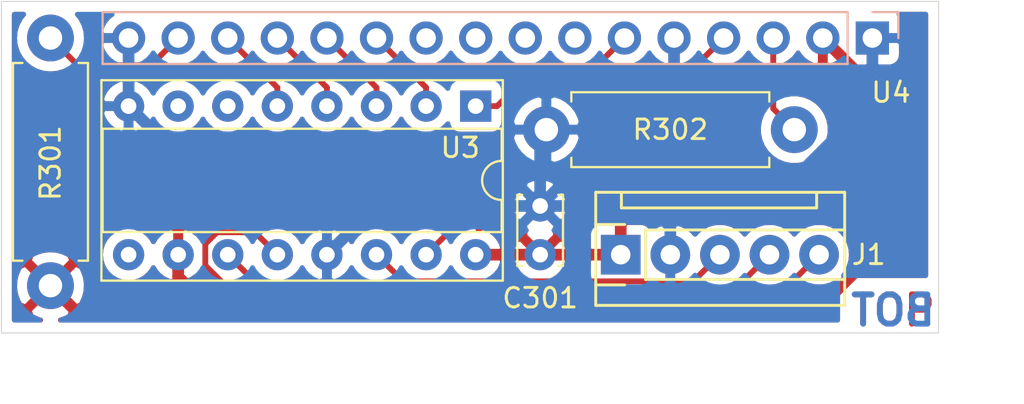
<source format=kicad_pcb>
(kicad_pcb (version 20171130) (host pcbnew "(5.1.4)-1")

  (general
    (thickness 1.6)
    (drawings 8)
    (tracks 74)
    (zones 0)
    (modules 6)
    (nets 21)
  )

  (page A4)
  (title_block
    (title BBSensor)
    (date 2019-09-02)
    (rev 1.0)
    (comment 1 "BBQ Sensor")
    (comment 2 "SPI <> Display Converter")
  )

  (layers
    (0 F.Cu signal)
    (31 B.Cu signal)
    (32 B.Adhes user)
    (33 F.Adhes user)
    (34 B.Paste user)
    (35 F.Paste user)
    (36 B.SilkS user)
    (37 F.SilkS user)
    (38 B.Mask user)
    (39 F.Mask user)
    (40 Dwgs.User user)
    (41 Cmts.User user)
    (42 Eco1.User user)
    (43 Eco2.User user)
    (44 Edge.Cuts user)
    (45 Margin user)
    (46 B.CrtYd user)
    (47 F.CrtYd user)
    (48 B.Fab user hide)
    (49 F.Fab user hide)
  )

  (setup
    (last_trace_width 0.3)
    (trace_clearance 0.2)
    (zone_clearance 0.508)
    (zone_45_only no)
    (trace_min 0.2)
    (via_size 0.8)
    (via_drill 0.4)
    (via_min_size 0.4)
    (via_min_drill 0.3)
    (uvia_size 0.3)
    (uvia_drill 0.1)
    (uvias_allowed no)
    (uvia_min_size 0.2)
    (uvia_min_drill 0.1)
    (edge_width 0.05)
    (segment_width 0.2)
    (pcb_text_width 0.3)
    (pcb_text_size 1.5 1.5)
    (mod_edge_width 0.12)
    (mod_text_size 1 1)
    (mod_text_width 0.15)
    (pad_size 7.4 7.4)
    (pad_drill 3.7)
    (pad_to_mask_clearance 0.051)
    (solder_mask_min_width 0.25)
    (aux_axis_origin 14 31)
    (visible_elements 7FFFFFFF)
    (pcbplotparams
      (layerselection 0x010fc_ffffffff)
      (usegerberextensions false)
      (usegerberattributes false)
      (usegerberadvancedattributes false)
      (creategerberjobfile false)
      (excludeedgelayer true)
      (linewidth 0.100000)
      (plotframeref false)
      (viasonmask false)
      (mode 1)
      (useauxorigin false)
      (hpglpennumber 1)
      (hpglpenspeed 20)
      (hpglpendiameter 15.000000)
      (psnegative false)
      (psa4output false)
      (plotreference true)
      (plotvalue true)
      (plotinvisibletext false)
      (padsonsilk false)
      (subtractmaskfromsilk false)
      (outputformat 1)
      (mirror false)
      (drillshape 1)
      (scaleselection 1)
      (outputdirectory ""))
  )

  (net 0 "")
  (net 1 GND)
  (net 2 +5V)
  (net 3 "Net-(R301-Pad2)")
  (net 4 "Net-(R302-Pad1)")
  (net 5 "Net-(U3-Pad7)")
  (net 6 "Net-(U3-Pad6)")
  (net 7 "Net-(U3-Pad9)")
  (net 8 "Net-(U4-Pad10)")
  (net 9 "Net-(U4-Pad9)")
  (net 10 "Net-(U4-Pad8)")
  (net 11 "Net-(U4-Pad7)")
  (net 12 /CS2)
  (net 13 /SCLK)
  (net 14 /MOSI)
  (net 15 /RS)
  (net 16 /DB7)
  (net 17 /DB6)
  (net 18 /DB5)
  (net 19 /DB4)
  (net 20 /ENABLE)

  (net_class Default "This is the default net class."
    (clearance 0.2)
    (trace_width 0.3)
    (via_dia 0.8)
    (via_drill 0.4)
    (uvia_dia 0.3)
    (uvia_drill 0.1)
    (add_net /CS2)
    (add_net /DB4)
    (add_net /DB5)
    (add_net /DB6)
    (add_net /DB7)
    (add_net /ENABLE)
    (add_net /MOSI)
    (add_net /RS)
    (add_net /SCLK)
    (add_net "Net-(R301-Pad2)")
    (add_net "Net-(R302-Pad1)")
    (add_net "Net-(U3-Pad6)")
    (add_net "Net-(U3-Pad7)")
    (add_net "Net-(U3-Pad9)")
    (add_net "Net-(U4-Pad10)")
    (add_net "Net-(U4-Pad7)")
    (add_net "Net-(U4-Pad8)")
    (add_net "Net-(U4-Pad9)")
  )

  (net_class Large ""
    (clearance 0.2)
    (trace_width 4)
    (via_dia 0.8)
    (via_drill 0.4)
    (uvia_dia 0.3)
    (uvia_drill 0.1)
  )

  (net_class Medium ""
    (clearance 0.2)
    (trace_width 0.6)
    (via_dia 0.8)
    (via_drill 0.4)
    (uvia_dia 0.3)
    (uvia_drill 0.1)
    (add_net +5V)
    (add_net GND)
  )

  (module Molex:Molex_KK256_Pin_Header_Straight_1x05 (layer F.Cu) (tedit 57692967) (tstamp 5D6D8A99)
    (at 45.72 26.9875 90)
    (descr "Through hole pin header")
    (tags "pin header")
    (path /5D6D4B27)
    (fp_text reference J1 (at 0 12.7 180) (layer F.SilkS)
      (effects (font (size 1 1) (thickness 0.15)))
    )
    (fp_text value Conn_01x05 (at 0 -3.1 90) (layer F.Fab)
      (effects (font (size 1 1) (thickness 0.15)))
    )
    (fp_line (start 2.4 0.035) (end 2.4 10.035) (layer F.SilkS) (width 0.15))
    (fp_line (start -2.6 11.47) (end 3.2 11.47) (layer F.SilkS) (width 0.15))
    (fp_line (start -1.27 1.27) (end -1.27 11.47) (layer F.SilkS) (width 0.15))
    (fp_line (start -2.6 -1.28) (end 3.2 -1.28) (layer F.SilkS) (width 0.15))
    (fp_line (start -1.55 -1.28) (end -1.55 0.2) (layer F.SilkS) (width 0.15))
    (fp_line (start 1.27 1.27) (end -1.27 1.27) (layer F.SilkS) (width 0.15))
    (fp_line (start -1.75 4.3) (end 1.75 4.3) (layer F.CrtYd) (width 0.05))
    (fp_line (start -1.75 -1.75) (end 1.75 -1.75) (layer F.CrtYd) (width 0.05))
    (fp_line (start 1.75 -1.75) (end 1.75 4.3) (layer F.CrtYd) (width 0.05))
    (fp_line (start -1.75 -1.75) (end -1.75 4.3) (layer F.CrtYd) (width 0.05))
    (fp_line (start 1.55 -1.28) (end 1.55 0.2) (layer F.SilkS) (width 0.15))
    (fp_line (start 1.27 1.27) (end 1.27 11.47) (layer F.SilkS) (width 0.15))
    (fp_line (start 3.2 -1.28) (end 3.2 11.47) (layer F.SilkS) (width 0.15))
    (fp_line (start -2.6 -1.28) (end -2.6 11.47) (layer F.SilkS) (width 0.15))
    (fp_line (start 2.4 0.035) (end 3.2 0.035) (layer F.SilkS) (width 0.15))
    (fp_line (start 2.4 10.035) (end 3.2 10.035) (layer F.SilkS) (width 0.15))
    (pad 5 thru_hole oval (at 0 10.16 90) (size 2.032 2.032) (drill 1) (layers *.Cu *.Mask)
      (net 12 /CS2))
    (pad 4 thru_hole oval (at 0 7.62 90) (size 2.032 2.032) (drill 1) (layers *.Cu *.Mask)
      (net 13 /SCLK))
    (pad 3 thru_hole oval (at 0 5.08 90) (size 2.032 2.032) (drill 1) (layers *.Cu *.Mask)
      (net 14 /MOSI))
    (pad 2 thru_hole oval (at 0 2.54 90) (size 2.032 2.032) (drill 1) (layers *.Cu *.Mask)
      (net 1 GND))
    (pad 1 thru_hole rect (at 0 0 90) (size 2.032 2.032) (drill 1) (layers *.Cu *.Mask)
      (net 2 +5V))
    (model ${BBLIB_3D}/Molex.3dshapes/Molex_KK256_Pin_Header_Straight_1x05.step
      (offset (xyz 3.2 -11.45 0))
      (scale (xyz 1 1 1))
      (rotate (xyz 0 0 180))
    )
  )

  (module Connector_PinSocket_2.54mm:PinSocket_1x16_P2.54mm_Vertical (layer B.Cu) (tedit 5A19A41E) (tstamp 5D6D452B)
    (at 58.6105 15.875 90)
    (descr "Through hole straight socket strip, 1x16, 2.54mm pitch, single row (from Kicad 4.0.7), script generated")
    (tags "Through hole socket strip THT 1x16 2.54mm single row")
    (path /5D6D603A)
    (fp_text reference U4 (at -2.794 0.9525 180) (layer F.SilkS)
      (effects (font (size 1 1) (thickness 0.15)))
    )
    (fp_text value HD44780 (at -2.8575 -1.0795 180) (layer B.Fab) hide
      (effects (font (size 1 1) (thickness 0.15)) (justify mirror))
    )
    (fp_text user %R (at 0 -19.05 180) (layer B.Fab)
      (effects (font (size 1 1) (thickness 0.15)) (justify mirror))
    )
    (fp_line (start -1.8 -39.9) (end -1.8 1.8) (layer B.CrtYd) (width 0.05))
    (fp_line (start 1.75 -39.9) (end -1.8 -39.9) (layer B.CrtYd) (width 0.05))
    (fp_line (start 1.75 1.8) (end 1.75 -39.9) (layer B.CrtYd) (width 0.05))
    (fp_line (start -1.8 1.8) (end 1.75 1.8) (layer B.CrtYd) (width 0.05))
    (fp_line (start 0 1.33) (end 1.33 1.33) (layer B.SilkS) (width 0.12))
    (fp_line (start 1.33 1.33) (end 1.33 0) (layer B.SilkS) (width 0.12))
    (fp_line (start 1.33 -1.27) (end 1.33 -39.43) (layer B.SilkS) (width 0.12))
    (fp_line (start -1.33 -39.43) (end 1.33 -39.43) (layer B.SilkS) (width 0.12))
    (fp_line (start -1.33 -1.27) (end -1.33 -39.43) (layer B.SilkS) (width 0.12))
    (fp_line (start -1.33 -1.27) (end 1.33 -1.27) (layer B.SilkS) (width 0.12))
    (fp_line (start -1.27 -39.37) (end -1.27 1.27) (layer B.Fab) (width 0.1))
    (fp_line (start 1.27 -39.37) (end -1.27 -39.37) (layer B.Fab) (width 0.1))
    (fp_line (start 1.27 0.635) (end 1.27 -39.37) (layer B.Fab) (width 0.1))
    (fp_line (start 0.635 1.27) (end 1.27 0.635) (layer B.Fab) (width 0.1))
    (fp_line (start -1.27 1.27) (end 0.635 1.27) (layer B.Fab) (width 0.1))
    (pad 16 thru_hole oval (at 0 -38.1 90) (size 1.7 1.7) (drill 1) (layers *.Cu *.Mask)
      (net 1 GND))
    (pad 15 thru_hole oval (at 0 -35.56 90) (size 1.7 1.7) (drill 1) (layers *.Cu *.Mask)
      (net 3 "Net-(R301-Pad2)"))
    (pad 14 thru_hole oval (at 0 -33.02 90) (size 1.7 1.7) (drill 1) (layers *.Cu *.Mask)
      (net 16 /DB7))
    (pad 13 thru_hole oval (at 0 -30.48 90) (size 1.7 1.7) (drill 1) (layers *.Cu *.Mask)
      (net 17 /DB6))
    (pad 12 thru_hole oval (at 0 -27.94 90) (size 1.7 1.7) (drill 1) (layers *.Cu *.Mask)
      (net 18 /DB5))
    (pad 11 thru_hole oval (at 0 -25.4 90) (size 1.7 1.7) (drill 1) (layers *.Cu *.Mask)
      (net 19 /DB4))
    (pad 10 thru_hole oval (at 0 -22.86 90) (size 1.7 1.7) (drill 1) (layers *.Cu *.Mask)
      (net 8 "Net-(U4-Pad10)"))
    (pad 9 thru_hole oval (at 0 -20.32 90) (size 1.7 1.7) (drill 1) (layers *.Cu *.Mask)
      (net 9 "Net-(U4-Pad9)"))
    (pad 8 thru_hole oval (at 0 -17.78 90) (size 1.7 1.7) (drill 1) (layers *.Cu *.Mask)
      (net 10 "Net-(U4-Pad8)"))
    (pad 7 thru_hole oval (at 0 -15.24 90) (size 1.7 1.7) (drill 1) (layers *.Cu *.Mask)
      (net 11 "Net-(U4-Pad7)"))
    (pad 6 thru_hole oval (at 0 -12.7 90) (size 1.7 1.7) (drill 1) (layers *.Cu *.Mask)
      (net 20 /ENABLE))
    (pad 5 thru_hole oval (at 0 -10.16 90) (size 1.7 1.7) (drill 1) (layers *.Cu *.Mask)
      (net 1 GND))
    (pad 4 thru_hole oval (at 0 -7.62 90) (size 1.7 1.7) (drill 1) (layers *.Cu *.Mask)
      (net 15 /RS))
    (pad 3 thru_hole oval (at 0 -5.08 90) (size 1.7 1.7) (drill 1) (layers *.Cu *.Mask)
      (net 4 "Net-(R302-Pad1)"))
    (pad 2 thru_hole oval (at 0 -2.54 90) (size 1.7 1.7) (drill 1) (layers *.Cu *.Mask)
      (net 2 +5V))
    (pad 1 thru_hole rect (at 0 0 90) (size 1.7 1.7) (drill 1) (layers *.Cu *.Mask)
      (net 1 GND))
    (model ${KISYS3DMOD}/Connector_PinSocket_2.54mm.3dshapes/PinSocket_1x16_P2.54mm_Vertical.wrl
      (at (xyz 0 0 0))
      (scale (xyz 1 1 1))
      (rotate (xyz 0 0 0))
    )
  )

  (module Package_DIP:DIP-16_W7.62mm_Socket (layer F.Cu) (tedit 5A02E8C5) (tstamp 5D6D96FC)
    (at 38.2905 19.3675 270)
    (descr "16-lead though-hole mounted DIP package, row spacing 7.62 mm (300 mils), Socket")
    (tags "THT DIP DIL PDIP 2.54mm 7.62mm 300mil Socket")
    (path /5D6BFDD2)
    (fp_text reference U3 (at 2.1325 0.7905 180) (layer F.SilkS)
      (effects (font (size 1 1) (thickness 0.15)))
    )
    (fp_text value 74HC595 (at 3.81 20.11 90) (layer F.Fab)
      (effects (font (size 1 1) (thickness 0.15)))
    )
    (fp_text user %R (at 3.81 8.89 90) (layer F.Fab)
      (effects (font (size 1 1) (thickness 0.15)))
    )
    (fp_line (start 9.15 -1.6) (end -1.55 -1.6) (layer F.CrtYd) (width 0.05))
    (fp_line (start 9.15 19.4) (end 9.15 -1.6) (layer F.CrtYd) (width 0.05))
    (fp_line (start -1.55 19.4) (end 9.15 19.4) (layer F.CrtYd) (width 0.05))
    (fp_line (start -1.55 -1.6) (end -1.55 19.4) (layer F.CrtYd) (width 0.05))
    (fp_line (start 8.95 -1.39) (end -1.33 -1.39) (layer F.SilkS) (width 0.12))
    (fp_line (start 8.95 19.17) (end 8.95 -1.39) (layer F.SilkS) (width 0.12))
    (fp_line (start -1.33 19.17) (end 8.95 19.17) (layer F.SilkS) (width 0.12))
    (fp_line (start -1.33 -1.39) (end -1.33 19.17) (layer F.SilkS) (width 0.12))
    (fp_line (start 6.46 -1.33) (end 4.81 -1.33) (layer F.SilkS) (width 0.12))
    (fp_line (start 6.46 19.11) (end 6.46 -1.33) (layer F.SilkS) (width 0.12))
    (fp_line (start 1.16 19.11) (end 6.46 19.11) (layer F.SilkS) (width 0.12))
    (fp_line (start 1.16 -1.33) (end 1.16 19.11) (layer F.SilkS) (width 0.12))
    (fp_line (start 2.81 -1.33) (end 1.16 -1.33) (layer F.SilkS) (width 0.12))
    (fp_line (start 8.89 -1.33) (end -1.27 -1.33) (layer F.Fab) (width 0.1))
    (fp_line (start 8.89 19.11) (end 8.89 -1.33) (layer F.Fab) (width 0.1))
    (fp_line (start -1.27 19.11) (end 8.89 19.11) (layer F.Fab) (width 0.1))
    (fp_line (start -1.27 -1.33) (end -1.27 19.11) (layer F.Fab) (width 0.1))
    (fp_line (start 0.635 -0.27) (end 1.635 -1.27) (layer F.Fab) (width 0.1))
    (fp_line (start 0.635 19.05) (end 0.635 -0.27) (layer F.Fab) (width 0.1))
    (fp_line (start 6.985 19.05) (end 0.635 19.05) (layer F.Fab) (width 0.1))
    (fp_line (start 6.985 -1.27) (end 6.985 19.05) (layer F.Fab) (width 0.1))
    (fp_line (start 1.635 -1.27) (end 6.985 -1.27) (layer F.Fab) (width 0.1))
    (fp_arc (start 3.81 -1.33) (end 2.81 -1.33) (angle -180) (layer F.SilkS) (width 0.12))
    (pad 16 thru_hole oval (at 7.62 0 270) (size 1.6 1.6) (drill 0.8) (layers *.Cu *.Mask)
      (net 2 +5V))
    (pad 8 thru_hole oval (at 0 17.78 270) (size 1.6 1.6) (drill 0.8) (layers *.Cu *.Mask)
      (net 1 GND))
    (pad 15 thru_hole oval (at 7.62 2.54 270) (size 1.6 1.6) (drill 0.8) (layers *.Cu *.Mask)
      (net 15 /RS))
    (pad 7 thru_hole oval (at 0 15.24 270) (size 1.6 1.6) (drill 0.8) (layers *.Cu *.Mask)
      (net 5 "Net-(U3-Pad7)"))
    (pad 14 thru_hole oval (at 7.62 5.08 270) (size 1.6 1.6) (drill 0.8) (layers *.Cu *.Mask)
      (net 14 /MOSI))
    (pad 6 thru_hole oval (at 0 12.7 270) (size 1.6 1.6) (drill 0.8) (layers *.Cu *.Mask)
      (net 6 "Net-(U3-Pad6)"))
    (pad 13 thru_hole oval (at 7.62 7.62 270) (size 1.6 1.6) (drill 0.8) (layers *.Cu *.Mask)
      (net 1 GND))
    (pad 5 thru_hole oval (at 0 10.16 270) (size 1.6 1.6) (drill 0.8) (layers *.Cu *.Mask)
      (net 16 /DB7))
    (pad 12 thru_hole oval (at 7.62 10.16 270) (size 1.6 1.6) (drill 0.8) (layers *.Cu *.Mask)
      (net 12 /CS2))
    (pad 4 thru_hole oval (at 0 7.62 270) (size 1.6 1.6) (drill 0.8) (layers *.Cu *.Mask)
      (net 17 /DB6))
    (pad 11 thru_hole oval (at 7.62 12.7 270) (size 1.6 1.6) (drill 0.8) (layers *.Cu *.Mask)
      (net 13 /SCLK))
    (pad 3 thru_hole oval (at 0 5.08 270) (size 1.6 1.6) (drill 0.8) (layers *.Cu *.Mask)
      (net 18 /DB5))
    (pad 10 thru_hole oval (at 7.62 15.24 270) (size 1.6 1.6) (drill 0.8) (layers *.Cu *.Mask)
      (net 2 +5V))
    (pad 2 thru_hole oval (at 0 2.54 270) (size 1.6 1.6) (drill 0.8) (layers *.Cu *.Mask)
      (net 19 /DB4))
    (pad 9 thru_hole oval (at 7.62 17.78 270) (size 1.6 1.6) (drill 0.8) (layers *.Cu *.Mask)
      (net 7 "Net-(U3-Pad9)"))
    (pad 1 thru_hole rect (at 0 0 270) (size 1.6 1.6) (drill 0.8) (layers *.Cu *.Mask)
      (net 20 /ENABLE))
    (model ${KISYS3DMOD}/Package_DIP.3dshapes/DIP-16_W7.62mm_Socket.wrl
      (at (xyz 0 0 0))
      (scale (xyz 1 1 1))
      (rotate (xyz 0 0 0))
    )
  )

  (module Resistor_THT:R_Axial_DIN0411_L9.9mm_D3.6mm_P12.70mm_Horizontal (layer F.Cu) (tedit 5AE5139B) (tstamp 5D6D8AC7)
    (at 54.61 20.574 180)
    (descr "Resistor, Axial_DIN0411 series, Axial, Horizontal, pin pitch=12.7mm, 1W, length*diameter=9.9*3.6mm^2")
    (tags "Resistor Axial_DIN0411 series Axial Horizontal pin pitch 12.7mm 1W length 9.9mm diameter 3.6mm")
    (path /5D6C6C7B)
    (fp_text reference R302 (at 6.35 0) (layer F.SilkS)
      (effects (font (size 1 1) (thickness 0.15)))
    )
    (fp_text value 2k (at 6.35 2.92) (layer F.Fab)
      (effects (font (size 1 1) (thickness 0.15)))
    )
    (fp_text user %R (at 6.35 0) (layer F.Fab)
      (effects (font (size 1 1) (thickness 0.15)))
    )
    (fp_line (start 14.15 -2.05) (end -1.45 -2.05) (layer F.CrtYd) (width 0.05))
    (fp_line (start 14.15 2.05) (end 14.15 -2.05) (layer F.CrtYd) (width 0.05))
    (fp_line (start -1.45 2.05) (end 14.15 2.05) (layer F.CrtYd) (width 0.05))
    (fp_line (start -1.45 -2.05) (end -1.45 2.05) (layer F.CrtYd) (width 0.05))
    (fp_line (start 11.42 1.92) (end 11.42 1.44) (layer F.SilkS) (width 0.12))
    (fp_line (start 1.28 1.92) (end 11.42 1.92) (layer F.SilkS) (width 0.12))
    (fp_line (start 1.28 1.44) (end 1.28 1.92) (layer F.SilkS) (width 0.12))
    (fp_line (start 11.42 -1.92) (end 11.42 -1.44) (layer F.SilkS) (width 0.12))
    (fp_line (start 1.28 -1.92) (end 11.42 -1.92) (layer F.SilkS) (width 0.12))
    (fp_line (start 1.28 -1.44) (end 1.28 -1.92) (layer F.SilkS) (width 0.12))
    (fp_line (start 12.7 0) (end 11.3 0) (layer F.Fab) (width 0.1))
    (fp_line (start 0 0) (end 1.4 0) (layer F.Fab) (width 0.1))
    (fp_line (start 11.3 -1.8) (end 1.4 -1.8) (layer F.Fab) (width 0.1))
    (fp_line (start 11.3 1.8) (end 11.3 -1.8) (layer F.Fab) (width 0.1))
    (fp_line (start 1.4 1.8) (end 11.3 1.8) (layer F.Fab) (width 0.1))
    (fp_line (start 1.4 -1.8) (end 1.4 1.8) (layer F.Fab) (width 0.1))
    (pad 2 thru_hole oval (at 12.7 0 180) (size 2.4 2.4) (drill 1.2) (layers *.Cu *.Mask)
      (net 1 GND))
    (pad 1 thru_hole circle (at 0 0 180) (size 2.4 2.4) (drill 1.2) (layers *.Cu *.Mask)
      (net 4 "Net-(R302-Pad1)"))
    (model ${KISYS3DMOD}/Resistor_THT.3dshapes/R_Axial_DIN0411_L9.9mm_D3.6mm_P12.70mm_Horizontal.wrl
      (at (xyz 0 0 0))
      (scale (xyz 1 1 1))
      (rotate (xyz 0 0 0))
    )
  )

  (module Resistor_THT:R_Axial_DIN0411_L9.9mm_D3.6mm_P12.70mm_Horizontal (layer F.Cu) (tedit 5AE5139B) (tstamp 5D6DE5BC)
    (at 16.51 28.575 90)
    (descr "Resistor, Axial_DIN0411 series, Axial, Horizontal, pin pitch=12.7mm, 1W, length*diameter=9.9*3.6mm^2")
    (tags "Resistor Axial_DIN0411 series Axial Horizontal pin pitch 12.7mm 1W length 9.9mm diameter 3.6mm")
    (path /5D6C50BB)
    (fp_text reference R301 (at 6.2865 0 270) (layer F.SilkS)
      (effects (font (size 1 1) (thickness 0.15)))
    )
    (fp_text value 220 (at 6.35 2.92 90) (layer F.Fab)
      (effects (font (size 1 1) (thickness 0.15)))
    )
    (fp_text user %R (at 6.35 0 90) (layer F.Fab)
      (effects (font (size 1 1) (thickness 0.15)))
    )
    (fp_line (start 14.15 -2.05) (end -1.45 -2.05) (layer F.CrtYd) (width 0.05))
    (fp_line (start 14.15 2.05) (end 14.15 -2.05) (layer F.CrtYd) (width 0.05))
    (fp_line (start -1.45 2.05) (end 14.15 2.05) (layer F.CrtYd) (width 0.05))
    (fp_line (start -1.45 -2.05) (end -1.45 2.05) (layer F.CrtYd) (width 0.05))
    (fp_line (start 11.42 1.92) (end 11.42 1.44) (layer F.SilkS) (width 0.12))
    (fp_line (start 1.28 1.92) (end 11.42 1.92) (layer F.SilkS) (width 0.12))
    (fp_line (start 1.28 1.44) (end 1.28 1.92) (layer F.SilkS) (width 0.12))
    (fp_line (start 11.42 -1.92) (end 11.42 -1.44) (layer F.SilkS) (width 0.12))
    (fp_line (start 1.28 -1.92) (end 11.42 -1.92) (layer F.SilkS) (width 0.12))
    (fp_line (start 1.28 -1.44) (end 1.28 -1.92) (layer F.SilkS) (width 0.12))
    (fp_line (start 12.7 0) (end 11.3 0) (layer F.Fab) (width 0.1))
    (fp_line (start 0 0) (end 1.4 0) (layer F.Fab) (width 0.1))
    (fp_line (start 11.3 -1.8) (end 1.4 -1.8) (layer F.Fab) (width 0.1))
    (fp_line (start 11.3 1.8) (end 11.3 -1.8) (layer F.Fab) (width 0.1))
    (fp_line (start 1.4 1.8) (end 11.3 1.8) (layer F.Fab) (width 0.1))
    (fp_line (start 1.4 -1.8) (end 1.4 1.8) (layer F.Fab) (width 0.1))
    (pad 2 thru_hole oval (at 12.7 0 90) (size 2.4 2.4) (drill 1.2) (layers *.Cu *.Mask)
      (net 3 "Net-(R301-Pad2)"))
    (pad 1 thru_hole circle (at 0 0 90) (size 2.4 2.4) (drill 1.2) (layers *.Cu *.Mask)
      (net 2 +5V))
    (model ${KISYS3DMOD}/Resistor_THT.3dshapes/R_Axial_DIN0411_L9.9mm_D3.6mm_P12.70mm_Horizontal.wrl
      (at (xyz 0 0 0))
      (scale (xyz 1 1 1))
      (rotate (xyz 0 0 0))
    )
  )

  (module Capacitor_THT:C_Disc_D3.4mm_W2.1mm_P2.50mm (layer F.Cu) (tedit 5AE50EF0) (tstamp 5D6D8A79)
    (at 41.5925 26.9875 90)
    (descr "C, Disc series, Radial, pin pitch=2.50mm, , diameter*width=3.4*2.1mm^2, Capacitor, http://www.vishay.com/docs/45233/krseries.pdf")
    (tags "C Disc series Radial pin pitch 2.50mm  diameter 3.4mm width 2.1mm Capacitor")
    (path /5D6C0D39)
    (fp_text reference C301 (at -2.2225 0 180) (layer F.SilkS)
      (effects (font (size 1 1) (thickness 0.15)))
    )
    (fp_text value 100n (at 1.25 2.3 90) (layer F.Fab)
      (effects (font (size 1 1) (thickness 0.15)))
    )
    (fp_text user %R (at 1.25 0 90) (layer F.Fab)
      (effects (font (size 0.68 0.68) (thickness 0.102)))
    )
    (fp_line (start 3.55 -1.3) (end -1.05 -1.3) (layer F.CrtYd) (width 0.05))
    (fp_line (start 3.55 1.3) (end 3.55 -1.3) (layer F.CrtYd) (width 0.05))
    (fp_line (start -1.05 1.3) (end 3.55 1.3) (layer F.CrtYd) (width 0.05))
    (fp_line (start -1.05 -1.3) (end -1.05 1.3) (layer F.CrtYd) (width 0.05))
    (fp_line (start 3.07 0.925) (end 3.07 1.17) (layer F.SilkS) (width 0.12))
    (fp_line (start 3.07 -1.17) (end 3.07 -0.925) (layer F.SilkS) (width 0.12))
    (fp_line (start -0.57 0.925) (end -0.57 1.17) (layer F.SilkS) (width 0.12))
    (fp_line (start -0.57 -1.17) (end -0.57 -0.925) (layer F.SilkS) (width 0.12))
    (fp_line (start -0.57 1.17) (end 3.07 1.17) (layer F.SilkS) (width 0.12))
    (fp_line (start -0.57 -1.17) (end 3.07 -1.17) (layer F.SilkS) (width 0.12))
    (fp_line (start 2.95 -1.05) (end -0.45 -1.05) (layer F.Fab) (width 0.1))
    (fp_line (start 2.95 1.05) (end 2.95 -1.05) (layer F.Fab) (width 0.1))
    (fp_line (start -0.45 1.05) (end 2.95 1.05) (layer F.Fab) (width 0.1))
    (fp_line (start -0.45 -1.05) (end -0.45 1.05) (layer F.Fab) (width 0.1))
    (pad 2 thru_hole circle (at 2.5 0 90) (size 1.6 1.6) (drill 0.8) (layers *.Cu *.Mask)
      (net 1 GND))
    (pad 1 thru_hole circle (at 0 0 90) (size 1.6 1.6) (drill 0.8) (layers *.Cu *.Mask)
      (net 2 +5V))
    (model ${KISYS3DMOD}/Capacitor_THT.3dshapes/C_Disc_D3.4mm_W2.1mm_P2.50mm.wrl
      (at (xyz 0 0 0))
      (scale (xyz 1 1 1))
      (rotate (xyz 0 0 0))
    )
  )

  (dimension 48 (width 0.15) (layer Dwgs.User)
    (gr_text "48,000 mm" (at 38 35.3) (layer Dwgs.User) (tstamp 5D6DE23F)
      (effects (font (size 1 1) (thickness 0.15)))
    )
    (feature1 (pts (xy 62 31) (xy 62 34.586421)))
    (feature2 (pts (xy 14 31) (xy 14 34.586421)))
    (crossbar (pts (xy 14 34) (xy 62 34)))
    (arrow1a (pts (xy 62 34) (xy 60.873496 34.586421)))
    (arrow1b (pts (xy 62 34) (xy 60.873496 33.413579)))
    (arrow2a (pts (xy 14 34) (xy 15.126504 34.586421)))
    (arrow2b (pts (xy 14 34) (xy 15.126504 33.413579)))
  )
  (dimension 17 (width 0.15) (layer Dwgs.User)
    (gr_text "17,000 mm" (at 65.03 22.5 270) (layer Dwgs.User)
      (effects (font (size 1 1) (thickness 0.15)))
    )
    (feature1 (pts (xy 60.73 31) (xy 64.316421 31)))
    (feature2 (pts (xy 60.73 14) (xy 64.316421 14)))
    (crossbar (pts (xy 63.73 14) (xy 63.73 31)))
    (arrow1a (pts (xy 63.73 31) (xy 63.143579 29.873496)))
    (arrow1b (pts (xy 63.73 31) (xy 64.316421 29.873496)))
    (arrow2a (pts (xy 63.73 14) (xy 63.143579 15.126504)))
    (arrow2b (pts (xy 63.73 14) (xy 64.316421 15.126504)))
  )
  (gr_text TOP (at 61.976 29.845) (layer F.Cu) (tstamp 5D6DDAB0)
    (effects (font (size 1.5 1.5) (thickness 0.3)) (justify right))
  )
  (gr_text BOT (at 61.976 29.845) (layer B.Cu)
    (effects (font (size 1.5 1.5) (thickness 0.3)) (justify left mirror))
  )
  (gr_line (start 14 31) (end 14 14) (layer Edge.Cuts) (width 0.05) (tstamp 5D6D8C3E))
  (gr_line (start 62 31) (end 14 31) (layer Edge.Cuts) (width 0.05))
  (gr_line (start 62 14) (end 62 31) (layer Edge.Cuts) (width 0.05))
  (gr_line (start 14 14) (end 62 14) (layer Edge.Cuts) (width 0.05))

  (segment (start 40.46113 24.4875) (end 41.5925 24.4875) (width 0.6) (layer B.Cu) (net 1))
  (segment (start 33.1705 24.4875) (end 35.7905 24.4875) (width 0.6) (layer B.Cu) (net 1))
  (segment (start 30.6705 26.9875) (end 33.1705 24.4875) (width 0.6) (layer B.Cu) (net 1))
  (segment (start 35.7905 24.4875) (end 40.46113 24.4875) (width 0.6) (layer B.Cu) (net 1))
  (segment (start 48.4505 17.6295) (end 41.5925 24.4875) (width 0.6) (layer B.Cu) (net 1))
  (segment (start 48.4505 15.875) (end 48.4505 17.6295) (width 0.6) (layer B.Cu) (net 1))
  (segment (start 42.72387 24.4875) (end 41.5925 24.4875) (width 0.6) (layer B.Cu) (net 1))
  (segment (start 58.6105 19.089502) (end 53.212502 24.4875) (width 0.6) (layer B.Cu) (net 1))
  (segment (start 58.6105 15.875) (end 58.6105 19.089502) (width 0.6) (layer B.Cu) (net 1))
  (segment (start 41.5925 20.8915) (end 41.91 20.574) (width 0.6) (layer B.Cu) (net 1))
  (segment (start 41.5925 24.4875) (end 41.5925 20.8915) (width 0.6) (layer B.Cu) (net 1))
  (segment (start 47.2675 24.55816) (end 47.2675 24.4875) (width 0.6) (layer B.Cu) (net 1))
  (segment (start 48.26 25.55066) (end 47.2675 24.55816) (width 0.6) (layer B.Cu) (net 1))
  (segment (start 48.26 26.9875) (end 48.26 25.55066) (width 0.6) (layer B.Cu) (net 1))
  (segment (start 53.212502 24.4875) (end 47.2675 24.4875) (width 0.6) (layer B.Cu) (net 1))
  (segment (start 47.2675 24.4875) (end 42.72387 24.4875) (width 0.6) (layer B.Cu) (net 1))
  (segment (start 20.5105 19.3675) (end 20.5105 15.875) (width 0.6) (layer B.Cu) (net 1))
  (segment (start 25.6305 24.4875) (end 35.7905 24.4875) (width 0.6) (layer B.Cu) (net 1))
  (segment (start 20.5105 19.3675) (end 25.6305 24.4875) (width 0.6) (layer B.Cu) (net 1))
  (segment (start 45.72 26.9875) (end 41.5925 26.9875) (width 0.6) (layer F.Cu) (net 2))
  (segment (start 38.2905 26.9875) (end 41.5925 26.9875) (width 0.6) (layer F.Cu) (net 2))
  (segment (start 17.709999 29.774999) (end 16.51 28.575) (width 0.6) (layer F.Cu) (net 2))
  (segment (start 17.938531 30.003531) (end 17.709999 29.774999) (width 0.6) (layer F.Cu) (net 2))
  (segment (start 24.935161 30.003531) (end 25.368031 30.003531) (width 0.6) (layer F.Cu) (net 2))
  (segment (start 23.0505 28.11887) (end 24.935161 30.003531) (width 0.6) (layer F.Cu) (net 2))
  (segment (start 23.0505 26.9875) (end 23.0505 28.11887) (width 0.6) (layer F.Cu) (net 2))
  (segment (start 25.368031 30.003531) (end 17.938531 30.003531) (width 0.6) (layer F.Cu) (net 2))
  (segment (start 55.594469 30.003531) (end 25.368031 30.003531) (width 0.6) (layer F.Cu) (net 2))
  (segment (start 58.166 27.432) (end 55.594469 30.003531) (width 0.6) (layer F.Cu) (net 2))
  (segment (start 56.0705 15.875) (end 58.166 17.9705) (width 0.6) (layer F.Cu) (net 2))
  (segment (start 47.66 23.4315) (end 58.166 23.4315) (width 0.6) (layer F.Cu) (net 2))
  (segment (start 45.72 25.3715) (end 47.66 23.4315) (width 0.6) (layer F.Cu) (net 2))
  (segment (start 45.72 26.9875) (end 45.72 25.3715) (width 0.6) (layer F.Cu) (net 2))
  (segment (start 58.166 17.9705) (end 58.166 23.4315) (width 0.6) (layer F.Cu) (net 2))
  (segment (start 58.166 23.4315) (end 58.166 27.432) (width 0.6) (layer F.Cu) (net 2))
  (segment (start 22.200501 16.724999) (end 23.0505 15.875) (width 0.3) (layer F.Cu) (net 3))
  (segment (start 21.6535 17.272) (end 22.200501 16.724999) (width 0.3) (layer F.Cu) (net 3))
  (segment (start 17.907 17.272) (end 21.6535 17.272) (width 0.3) (layer F.Cu) (net 3))
  (segment (start 16.51 15.875) (end 17.907 17.272) (width 0.3) (layer F.Cu) (net 3))
  (segment (start 53.5305 19.4945) (end 54.61 20.574) (width 0.3) (layer F.Cu) (net 4))
  (segment (start 53.5305 15.875) (end 53.5305 19.4945) (width 0.3) (layer F.Cu) (net 4))
  (segment (start 54.864001 28.003499) (end 55.88 26.9875) (width 0.3) (layer F.Cu) (net 12))
  (segment (start 53.513979 29.353521) (end 54.864001 28.003499) (width 0.3) (layer F.Cu) (net 12))
  (segment (start 26.254519 29.353521) (end 53.513979 29.353521) (width 0.3) (layer F.Cu) (net 12))
  (segment (start 24.440499 27.539501) (end 26.254519 29.353521) (width 0.3) (layer F.Cu) (net 12))
  (segment (start 24.440499 26.435499) (end 24.440499 27.539501) (width 0.3) (layer F.Cu) (net 12))
  (segment (start 25.038499 25.837499) (end 24.440499 26.435499) (width 0.3) (layer F.Cu) (net 12))
  (segment (start 26.980499 25.837499) (end 25.038499 25.837499) (width 0.3) (layer F.Cu) (net 12))
  (segment (start 28.1305 26.9875) (end 26.980499 25.837499) (width 0.3) (layer F.Cu) (net 12))
  (segment (start 26.390499 27.787499) (end 25.5905 26.9875) (width 0.3) (layer F.Cu) (net 13))
  (segment (start 27.456511 28.853511) (end 26.390499 27.787499) (width 0.3) (layer F.Cu) (net 13))
  (segment (start 51.473989 28.853511) (end 27.456511 28.853511) (width 0.3) (layer F.Cu) (net 13))
  (segment (start 53.34 26.9875) (end 51.473989 28.853511) (width 0.3) (layer F.Cu) (net 13))
  (segment (start 34.010499 27.787499) (end 33.2105 26.9875) (width 0.3) (layer F.Cu) (net 14))
  (segment (start 34.576501 28.353501) (end 34.010499 27.787499) (width 0.3) (layer F.Cu) (net 14))
  (segment (start 49.433999 28.353501) (end 34.576501 28.353501) (width 0.3) (layer F.Cu) (net 14))
  (segment (start 50.8 26.9875) (end 49.433999 28.353501) (width 0.3) (layer F.Cu) (net 14))
  (segment (start 36.550499 26.187501) (end 35.7505 26.9875) (width 0.3) (layer F.Cu) (net 15))
  (segment (start 39.9415 22.7965) (end 36.550499 26.187501) (width 0.3) (layer F.Cu) (net 15))
  (segment (start 50.9905 15.875) (end 44.069 22.7965) (width 0.3) (layer F.Cu) (net 15))
  (segment (start 44.069 22.7965) (end 39.9415 22.7965) (width 0.3) (layer F.Cu) (net 15))
  (segment (start 28.1305 18.415) (end 28.1305 19.3675) (width 0.3) (layer F.Cu) (net 16))
  (segment (start 25.5905 15.875) (end 28.1305 18.415) (width 0.3) (layer F.Cu) (net 16))
  (segment (start 30.6705 18.415) (end 30.6705 19.3675) (width 0.3) (layer F.Cu) (net 17))
  (segment (start 28.1305 15.875) (end 30.6705 18.415) (width 0.3) (layer F.Cu) (net 17))
  (segment (start 33.2105 18.415) (end 33.2105 19.3675) (width 0.3) (layer F.Cu) (net 18))
  (segment (start 30.6705 15.875) (end 33.2105 18.415) (width 0.3) (layer F.Cu) (net 18))
  (segment (start 35.7505 18.415) (end 35.7505 19.3675) (width 0.3) (layer F.Cu) (net 19))
  (segment (start 33.2105 15.875) (end 35.7505 18.415) (width 0.3) (layer F.Cu) (net 19))
  (segment (start 45.060501 16.724999) (end 45.9105 15.875) (width 0.3) (layer F.Cu) (net 20))
  (segment (start 43.7515 18.034) (end 45.060501 16.724999) (width 0.3) (layer F.Cu) (net 20))
  (segment (start 40.724 18.034) (end 43.7515 18.034) (width 0.3) (layer F.Cu) (net 20))
  (segment (start 38.2905 19.3675) (end 39.3905 19.3675) (width 0.3) (layer F.Cu) (net 20))
  (segment (start 39.3905 19.3675) (end 40.724 18.034) (width 0.3) (layer F.Cu) (net 20))

  (zone (net 1) (net_name GND) (layer B.Cu) (tstamp 0) (hatch edge 0.508)
    (connect_pads (clearance 0.508))
    (min_thickness 0.254)
    (fill yes (arc_segments 32) (thermal_gap 0.508) (thermal_bridge_width 0.508))
    (polygon
      (pts
        (xy 14.5 14.5) (xy 14.5 30.5) (xy 61.5 30.5) (xy 61.5 14.5)
      )
    )
    (filled_polygon
      (pts
        (xy 14.976871 14.850596) (xy 14.806479 15.169378) (xy 14.701552 15.515277) (xy 14.666122 15.875) (xy 14.701552 16.234723)
        (xy 14.806479 16.580622) (xy 14.976871 16.899404) (xy 15.206181 17.178819) (xy 15.485596 17.408129) (xy 15.804378 17.578521)
        (xy 16.150277 17.683448) (xy 16.419861 17.71) (xy 16.600139 17.71) (xy 16.869723 17.683448) (xy 17.215622 17.578521)
        (xy 17.534404 17.408129) (xy 17.813819 17.178819) (xy 18.043129 16.899404) (xy 18.213521 16.580622) (xy 18.318448 16.234723)
        (xy 18.318726 16.231891) (xy 19.069019 16.231891) (xy 19.166343 16.506252) (xy 19.315322 16.756355) (xy 19.510231 16.972588)
        (xy 19.74358 17.146641) (xy 20.006401 17.271825) (xy 20.15361 17.316476) (xy 20.3835 17.195155) (xy 20.3835 16.002)
        (xy 19.189686 16.002) (xy 19.069019 16.231891) (xy 18.318726 16.231891) (xy 18.353878 15.875) (xy 18.318448 15.515277)
        (xy 18.213521 15.169378) (xy 18.043129 14.850596) (xy 17.886711 14.66) (xy 19.667643 14.66) (xy 19.510231 14.777412)
        (xy 19.315322 14.993645) (xy 19.166343 15.243748) (xy 19.069019 15.518109) (xy 19.189686 15.748) (xy 20.3835 15.748)
        (xy 20.3835 15.728) (xy 20.6375 15.728) (xy 20.6375 15.748) (xy 20.6575 15.748) (xy 20.6575 16.002)
        (xy 20.6375 16.002) (xy 20.6375 17.195155) (xy 20.86739 17.316476) (xy 21.014599 17.271825) (xy 21.27742 17.146641)
        (xy 21.510769 16.972588) (xy 21.705678 16.756355) (xy 21.775299 16.639477) (xy 21.809794 16.704014) (xy 21.995366 16.930134)
        (xy 22.221486 17.115706) (xy 22.479466 17.253599) (xy 22.759389 17.338513) (xy 22.97755 17.36) (xy 23.12345 17.36)
        (xy 23.341611 17.338513) (xy 23.621534 17.253599) (xy 23.879514 17.115706) (xy 24.105634 16.930134) (xy 24.291206 16.704014)
        (xy 24.3205 16.649209) (xy 24.349794 16.704014) (xy 24.535366 16.930134) (xy 24.761486 17.115706) (xy 25.019466 17.253599)
        (xy 25.299389 17.338513) (xy 25.51755 17.36) (xy 25.66345 17.36) (xy 25.881611 17.338513) (xy 26.161534 17.253599)
        (xy 26.419514 17.115706) (xy 26.645634 16.930134) (xy 26.831206 16.704014) (xy 26.8605 16.649209) (xy 26.889794 16.704014)
        (xy 27.075366 16.930134) (xy 27.301486 17.115706) (xy 27.559466 17.253599) (xy 27.839389 17.338513) (xy 28.05755 17.36)
        (xy 28.20345 17.36) (xy 28.421611 17.338513) (xy 28.701534 17.253599) (xy 28.959514 17.115706) (xy 29.185634 16.930134)
        (xy 29.371206 16.704014) (xy 29.4005 16.649209) (xy 29.429794 16.704014) (xy 29.615366 16.930134) (xy 29.841486 17.115706)
        (xy 30.099466 17.253599) (xy 30.379389 17.338513) (xy 30.59755 17.36) (xy 30.74345 17.36) (xy 30.961611 17.338513)
        (xy 31.241534 17.253599) (xy 31.499514 17.115706) (xy 31.725634 16.930134) (xy 31.911206 16.704014) (xy 31.9405 16.649209)
        (xy 31.969794 16.704014) (xy 32.155366 16.930134) (xy 32.381486 17.115706) (xy 32.639466 17.253599) (xy 32.919389 17.338513)
        (xy 33.13755 17.36) (xy 33.28345 17.36) (xy 33.501611 17.338513) (xy 33.781534 17.253599) (xy 34.039514 17.115706)
        (xy 34.265634 16.930134) (xy 34.451206 16.704014) (xy 34.4805 16.649209) (xy 34.509794 16.704014) (xy 34.695366 16.930134)
        (xy 34.921486 17.115706) (xy 35.179466 17.253599) (xy 35.459389 17.338513) (xy 35.67755 17.36) (xy 35.82345 17.36)
        (xy 36.041611 17.338513) (xy 36.321534 17.253599) (xy 36.579514 17.115706) (xy 36.805634 16.930134) (xy 36.991206 16.704014)
        (xy 37.0205 16.649209) (xy 37.049794 16.704014) (xy 37.235366 16.930134) (xy 37.461486 17.115706) (xy 37.719466 17.253599)
        (xy 37.999389 17.338513) (xy 38.21755 17.36) (xy 38.36345 17.36) (xy 38.581611 17.338513) (xy 38.861534 17.253599)
        (xy 39.119514 17.115706) (xy 39.345634 16.930134) (xy 39.531206 16.704014) (xy 39.5605 16.649209) (xy 39.589794 16.704014)
        (xy 39.775366 16.930134) (xy 40.001486 17.115706) (xy 40.259466 17.253599) (xy 40.539389 17.338513) (xy 40.75755 17.36)
        (xy 40.90345 17.36) (xy 41.121611 17.338513) (xy 41.401534 17.253599) (xy 41.659514 17.115706) (xy 41.885634 16.930134)
        (xy 42.071206 16.704014) (xy 42.1005 16.649209) (xy 42.129794 16.704014) (xy 42.315366 16.930134) (xy 42.541486 17.115706)
        (xy 42.799466 17.253599) (xy 43.079389 17.338513) (xy 43.29755 17.36) (xy 43.44345 17.36) (xy 43.661611 17.338513)
        (xy 43.941534 17.253599) (xy 44.199514 17.115706) (xy 44.425634 16.930134) (xy 44.611206 16.704014) (xy 44.6405 16.649209)
        (xy 44.669794 16.704014) (xy 44.855366 16.930134) (xy 45.081486 17.115706) (xy 45.339466 17.253599) (xy 45.619389 17.338513)
        (xy 45.83755 17.36) (xy 45.98345 17.36) (xy 46.201611 17.338513) (xy 46.481534 17.253599) (xy 46.739514 17.115706)
        (xy 46.965634 16.930134) (xy 47.151206 16.704014) (xy 47.185701 16.639477) (xy 47.255322 16.756355) (xy 47.450231 16.972588)
        (xy 47.68358 17.146641) (xy 47.946401 17.271825) (xy 48.09361 17.316476) (xy 48.3235 17.195155) (xy 48.3235 16.002)
        (xy 48.3035 16.002) (xy 48.3035 15.748) (xy 48.3235 15.748) (xy 48.3235 15.728) (xy 48.5775 15.728)
        (xy 48.5775 15.748) (xy 48.5975 15.748) (xy 48.5975 16.002) (xy 48.5775 16.002) (xy 48.5775 17.195155)
        (xy 48.80739 17.316476) (xy 48.954599 17.271825) (xy 49.21742 17.146641) (xy 49.450769 16.972588) (xy 49.645678 16.756355)
        (xy 49.715299 16.639477) (xy 49.749794 16.704014) (xy 49.935366 16.930134) (xy 50.161486 17.115706) (xy 50.419466 17.253599)
        (xy 50.699389 17.338513) (xy 50.91755 17.36) (xy 51.06345 17.36) (xy 51.281611 17.338513) (xy 51.561534 17.253599)
        (xy 51.819514 17.115706) (xy 52.045634 16.930134) (xy 52.231206 16.704014) (xy 52.2605 16.649209) (xy 52.289794 16.704014)
        (xy 52.475366 16.930134) (xy 52.701486 17.115706) (xy 52.959466 17.253599) (xy 53.239389 17.338513) (xy 53.45755 17.36)
        (xy 53.60345 17.36) (xy 53.821611 17.338513) (xy 54.101534 17.253599) (xy 54.359514 17.115706) (xy 54.585634 16.930134)
        (xy 54.771206 16.704014) (xy 54.8005 16.649209) (xy 54.829794 16.704014) (xy 55.015366 16.930134) (xy 55.241486 17.115706)
        (xy 55.499466 17.253599) (xy 55.779389 17.338513) (xy 55.99755 17.36) (xy 56.14345 17.36) (xy 56.361611 17.338513)
        (xy 56.641534 17.253599) (xy 56.899514 17.115706) (xy 57.125634 16.930134) (xy 57.150107 16.900313) (xy 57.170998 16.96918)
        (xy 57.229963 17.079494) (xy 57.309315 17.176185) (xy 57.406006 17.255537) (xy 57.51632 17.314502) (xy 57.636018 17.350812)
        (xy 57.7605 17.363072) (xy 58.32475 17.36) (xy 58.4835 17.20125) (xy 58.4835 16.002) (xy 58.7375 16.002)
        (xy 58.7375 17.20125) (xy 58.89625 17.36) (xy 59.4605 17.363072) (xy 59.584982 17.350812) (xy 59.70468 17.314502)
        (xy 59.814994 17.255537) (xy 59.911685 17.176185) (xy 59.991037 17.079494) (xy 60.050002 16.96918) (xy 60.086312 16.849482)
        (xy 60.098572 16.725) (xy 60.0955 16.16075) (xy 59.93675 16.002) (xy 58.7375 16.002) (xy 58.4835 16.002)
        (xy 58.4635 16.002) (xy 58.4635 15.748) (xy 58.4835 15.748) (xy 58.4835 15.728) (xy 58.7375 15.728)
        (xy 58.7375 15.748) (xy 59.93675 15.748) (xy 60.0955 15.58925) (xy 60.098572 15.025) (xy 60.086312 14.900518)
        (xy 60.050002 14.78082) (xy 59.991037 14.670506) (xy 59.982415 14.66) (xy 61.34 14.66) (xy 61.340001 28.055)
        (xy 57.13973 28.055) (xy 57.259398 27.909184) (xy 57.412705 27.622367) (xy 57.507111 27.311153) (xy 57.538988 26.9875)
        (xy 57.507111 26.663847) (xy 57.412705 26.352633) (xy 57.259398 26.065816) (xy 57.053082 25.814418) (xy 56.801684 25.608102)
        (xy 56.514867 25.454795) (xy 56.203653 25.360389) (xy 55.961104 25.3365) (xy 55.798896 25.3365) (xy 55.556347 25.360389)
        (xy 55.245133 25.454795) (xy 54.958316 25.608102) (xy 54.706918 25.814418) (xy 54.61 25.932514) (xy 54.513082 25.814418)
        (xy 54.261684 25.608102) (xy 53.974867 25.454795) (xy 53.663653 25.360389) (xy 53.421104 25.3365) (xy 53.258896 25.3365)
        (xy 53.016347 25.360389) (xy 52.705133 25.454795) (xy 52.418316 25.608102) (xy 52.166918 25.814418) (xy 52.07 25.932514)
        (xy 51.973082 25.814418) (xy 51.721684 25.608102) (xy 51.434867 25.454795) (xy 51.123653 25.360389) (xy 50.881104 25.3365)
        (xy 50.718896 25.3365) (xy 50.476347 25.360389) (xy 50.165133 25.454795) (xy 49.878316 25.608102) (xy 49.626918 25.814418)
        (xy 49.525412 25.938104) (xy 49.382569 25.776858) (xy 49.124815 25.581118) (xy 48.833826 25.439424) (xy 48.642944 25.381525)
        (xy 48.387 25.500664) (xy 48.387 26.8605) (xy 48.407 26.8605) (xy 48.407 27.1145) (xy 48.387 27.1145)
        (xy 48.387 28.474336) (xy 48.642944 28.593475) (xy 48.833826 28.535576) (xy 49.124815 28.393882) (xy 49.382569 28.198142)
        (xy 49.525412 28.036896) (xy 49.626918 28.160582) (xy 49.878316 28.366898) (xy 50.165133 28.520205) (xy 50.476347 28.614611)
        (xy 50.718896 28.6385) (xy 50.881104 28.6385) (xy 51.123653 28.614611) (xy 51.434867 28.520205) (xy 51.721684 28.366898)
        (xy 51.973082 28.160582) (xy 52.07 28.042486) (xy 52.166918 28.160582) (xy 52.418316 28.366898) (xy 52.705133 28.520205)
        (xy 53.016347 28.614611) (xy 53.258896 28.6385) (xy 53.421104 28.6385) (xy 53.663653 28.614611) (xy 53.974867 28.520205)
        (xy 54.261684 28.366898) (xy 54.513082 28.160582) (xy 54.61 28.042486) (xy 54.706918 28.160582) (xy 54.958316 28.366898)
        (xy 55.245133 28.520205) (xy 55.556347 28.614611) (xy 55.798896 28.6385) (xy 55.961104 28.6385) (xy 56.203653 28.614611)
        (xy 56.514867 28.520205) (xy 56.801684 28.366898) (xy 56.826714 28.346357) (xy 56.826714 30.34) (xy 17.042646 30.34)
        (xy 17.04525 30.339482) (xy 17.379199 30.201156) (xy 17.679744 30.000338) (xy 17.935338 29.744744) (xy 18.136156 29.444199)
        (xy 18.274482 29.11025) (xy 18.345 28.755732) (xy 18.345 28.394268) (xy 18.274482 28.03975) (xy 18.136156 27.705801)
        (xy 17.935338 27.405256) (xy 17.679744 27.149662) (xy 17.437052 26.9875) (xy 19.068557 26.9875) (xy 19.096264 27.268809)
        (xy 19.178318 27.539308) (xy 19.311568 27.788601) (xy 19.490892 28.007108) (xy 19.709399 28.186432) (xy 19.958692 28.319682)
        (xy 20.229191 28.401736) (xy 20.440008 28.4225) (xy 20.580992 28.4225) (xy 20.791809 28.401736) (xy 21.062308 28.319682)
        (xy 21.311601 28.186432) (xy 21.530108 28.007108) (xy 21.709432 27.788601) (xy 21.7805 27.655642) (xy 21.851568 27.788601)
        (xy 22.030892 28.007108) (xy 22.249399 28.186432) (xy 22.498692 28.319682) (xy 22.769191 28.401736) (xy 22.980008 28.4225)
        (xy 23.120992 28.4225) (xy 23.331809 28.401736) (xy 23.602308 28.319682) (xy 23.851601 28.186432) (xy 24.070108 28.007108)
        (xy 24.249432 27.788601) (xy 24.3205 27.655642) (xy 24.391568 27.788601) (xy 24.570892 28.007108) (xy 24.789399 28.186432)
        (xy 25.038692 28.319682) (xy 25.309191 28.401736) (xy 25.520008 28.4225) (xy 25.660992 28.4225) (xy 25.871809 28.401736)
        (xy 26.142308 28.319682) (xy 26.391601 28.186432) (xy 26.610108 28.007108) (xy 26.789432 27.788601) (xy 26.8605 27.655642)
        (xy 26.931568 27.788601) (xy 27.110892 28.007108) (xy 27.329399 28.186432) (xy 27.578692 28.319682) (xy 27.849191 28.401736)
        (xy 28.060008 28.4225) (xy 28.200992 28.4225) (xy 28.411809 28.401736) (xy 28.682308 28.319682) (xy 28.931601 28.186432)
        (xy 29.150108 28.007108) (xy 29.329432 27.788601) (xy 29.403079 27.650818) (xy 29.518115 27.842631) (xy 29.707086 28.051019)
        (xy 29.93308 28.218537) (xy 30.187413 28.338746) (xy 30.321461 28.379404) (xy 30.5435 28.257415) (xy 30.5435 27.1145)
        (xy 30.5235 27.1145) (xy 30.5235 26.8605) (xy 30.5435 26.8605) (xy 30.5435 25.717585) (xy 30.7975 25.717585)
        (xy 30.7975 26.8605) (xy 30.8175 26.8605) (xy 30.8175 27.1145) (xy 30.7975 27.1145) (xy 30.7975 28.257415)
        (xy 31.019539 28.379404) (xy 31.153587 28.338746) (xy 31.40792 28.218537) (xy 31.633914 28.051019) (xy 31.822885 27.842631)
        (xy 31.937921 27.650818) (xy 32.011568 27.788601) (xy 32.190892 28.007108) (xy 32.409399 28.186432) (xy 32.658692 28.319682)
        (xy 32.929191 28.401736) (xy 33.140008 28.4225) (xy 33.280992 28.4225) (xy 33.491809 28.401736) (xy 33.762308 28.319682)
        (xy 34.011601 28.186432) (xy 34.230108 28.007108) (xy 34.409432 27.788601) (xy 34.4805 27.655642) (xy 34.551568 27.788601)
        (xy 34.730892 28.007108) (xy 34.949399 28.186432) (xy 35.198692 28.319682) (xy 35.469191 28.401736) (xy 35.680008 28.4225)
        (xy 35.820992 28.4225) (xy 36.031809 28.401736) (xy 36.302308 28.319682) (xy 36.551601 28.186432) (xy 36.770108 28.007108)
        (xy 36.949432 27.788601) (xy 37.0205 27.655642) (xy 37.091568 27.788601) (xy 37.270892 28.007108) (xy 37.489399 28.186432)
        (xy 37.738692 28.319682) (xy 38.009191 28.401736) (xy 38.220008 28.4225) (xy 38.360992 28.4225) (xy 38.571809 28.401736)
        (xy 38.842308 28.319682) (xy 39.091601 28.186432) (xy 39.310108 28.007108) (xy 39.489432 27.788601) (xy 39.622682 27.539308)
        (xy 39.704736 27.268809) (xy 39.732443 26.9875) (xy 39.718523 26.846165) (xy 40.1575 26.846165) (xy 40.1575 27.128835)
        (xy 40.212647 27.406074) (xy 40.32082 27.667227) (xy 40.477863 27.902259) (xy 40.677741 28.102137) (xy 40.912773 28.25918)
        (xy 41.173926 28.367353) (xy 41.451165 28.4225) (xy 41.733835 28.4225) (xy 42.011074 28.367353) (xy 42.272227 28.25918)
        (xy 42.507259 28.102137) (xy 42.707137 27.902259) (xy 42.86418 27.667227) (xy 42.972353 27.406074) (xy 43.0275 27.128835)
        (xy 43.0275 26.846165) (xy 42.972353 26.568926) (xy 42.86418 26.307773) (xy 42.707137 26.072741) (xy 42.605896 25.9715)
        (xy 44.065928 25.9715) (xy 44.065928 28.0035) (xy 44.078188 28.127982) (xy 44.114498 28.24768) (xy 44.173463 28.357994)
        (xy 44.252815 28.454685) (xy 44.349506 28.534037) (xy 44.45982 28.593002) (xy 44.579518 28.629312) (xy 44.704 28.641572)
        (xy 46.736 28.641572) (xy 46.860482 28.629312) (xy 46.98018 28.593002) (xy 47.090494 28.534037) (xy 47.187185 28.454685)
        (xy 47.266537 28.357994) (xy 47.290036 28.314031) (xy 47.395185 28.393882) (xy 47.686174 28.535576) (xy 47.877056 28.593475)
        (xy 48.133 28.474336) (xy 48.133 27.1145) (xy 48.113 27.1145) (xy 48.113 26.8605) (xy 48.133 26.8605)
        (xy 48.133 25.500664) (xy 47.877056 25.381525) (xy 47.686174 25.439424) (xy 47.395185 25.581118) (xy 47.290036 25.660969)
        (xy 47.266537 25.617006) (xy 47.187185 25.520315) (xy 47.090494 25.440963) (xy 46.98018 25.381998) (xy 46.860482 25.345688)
        (xy 46.736 25.333428) (xy 44.704 25.333428) (xy 44.579518 25.345688) (xy 44.45982 25.381998) (xy 44.349506 25.440963)
        (xy 44.252815 25.520315) (xy 44.173463 25.617006) (xy 44.114498 25.72732) (xy 44.078188 25.847018) (xy 44.065928 25.9715)
        (xy 42.605896 25.9715) (xy 42.507259 25.872863) (xy 42.306631 25.738808) (xy 42.334014 25.724171) (xy 42.405597 25.480202)
        (xy 41.5925 24.667105) (xy 40.779403 25.480202) (xy 40.850986 25.724171) (xy 40.879841 25.737824) (xy 40.677741 25.872863)
        (xy 40.477863 26.072741) (xy 40.32082 26.307773) (xy 40.212647 26.568926) (xy 40.1575 26.846165) (xy 39.718523 26.846165)
        (xy 39.704736 26.706191) (xy 39.622682 26.435692) (xy 39.489432 26.186399) (xy 39.310108 25.967892) (xy 39.091601 25.788568)
        (xy 38.842308 25.655318) (xy 38.571809 25.573264) (xy 38.360992 25.5525) (xy 38.220008 25.5525) (xy 38.009191 25.573264)
        (xy 37.738692 25.655318) (xy 37.489399 25.788568) (xy 37.270892 25.967892) (xy 37.091568 26.186399) (xy 37.0205 26.319358)
        (xy 36.949432 26.186399) (xy 36.770108 25.967892) (xy 36.551601 25.788568) (xy 36.302308 25.655318) (xy 36.031809 25.573264)
        (xy 35.820992 25.5525) (xy 35.680008 25.5525) (xy 35.469191 25.573264) (xy 35.198692 25.655318) (xy 34.949399 25.788568)
        (xy 34.730892 25.967892) (xy 34.551568 26.186399) (xy 34.4805 26.319358) (xy 34.409432 26.186399) (xy 34.230108 25.967892)
        (xy 34.011601 25.788568) (xy 33.762308 25.655318) (xy 33.491809 25.573264) (xy 33.280992 25.5525) (xy 33.140008 25.5525)
        (xy 32.929191 25.573264) (xy 32.658692 25.655318) (xy 32.409399 25.788568) (xy 32.190892 25.967892) (xy 32.011568 26.186399)
        (xy 31.937921 26.324182) (xy 31.822885 26.132369) (xy 31.633914 25.923981) (xy 31.40792 25.756463) (xy 31.153587 25.636254)
        (xy 31.019539 25.595596) (xy 30.7975 25.717585) (xy 30.5435 25.717585) (xy 30.321461 25.595596) (xy 30.187413 25.636254)
        (xy 29.93308 25.756463) (xy 29.707086 25.923981) (xy 29.518115 26.132369) (xy 29.403079 26.324182) (xy 29.329432 26.186399)
        (xy 29.150108 25.967892) (xy 28.931601 25.788568) (xy 28.682308 25.655318) (xy 28.411809 25.573264) (xy 28.200992 25.5525)
        (xy 28.060008 25.5525) (xy 27.849191 25.573264) (xy 27.578692 25.655318) (xy 27.329399 25.788568) (xy 27.110892 25.967892)
        (xy 26.931568 26.186399) (xy 26.8605 26.319358) (xy 26.789432 26.186399) (xy 26.610108 25.967892) (xy 26.391601 25.788568)
        (xy 26.142308 25.655318) (xy 25.871809 25.573264) (xy 25.660992 25.5525) (xy 25.520008 25.5525) (xy 25.309191 25.573264)
        (xy 25.038692 25.655318) (xy 24.789399 25.788568) (xy 24.570892 25.967892) (xy 24.391568 26.186399) (xy 24.3205 26.319358)
        (xy 24.249432 26.186399) (xy 24.070108 25.967892) (xy 23.851601 25.788568) (xy 23.602308 25.655318) (xy 23.331809 25.573264)
        (xy 23.120992 25.5525) (xy 22.980008 25.5525) (xy 22.769191 25.573264) (xy 22.498692 25.655318) (xy 22.249399 25.788568)
        (xy 22.030892 25.967892) (xy 21.851568 26.186399) (xy 21.7805 26.319358) (xy 21.709432 26.186399) (xy 21.530108 25.967892)
        (xy 21.311601 25.788568) (xy 21.062308 25.655318) (xy 20.791809 25.573264) (xy 20.580992 25.5525) (xy 20.440008 25.5525)
        (xy 20.229191 25.573264) (xy 19.958692 25.655318) (xy 19.709399 25.788568) (xy 19.490892 25.967892) (xy 19.311568 26.186399)
        (xy 19.178318 26.435692) (xy 19.096264 26.706191) (xy 19.068557 26.9875) (xy 17.437052 26.9875) (xy 17.379199 26.948844)
        (xy 17.04525 26.810518) (xy 16.690732 26.74) (xy 16.329268 26.74) (xy 15.97475 26.810518) (xy 15.640801 26.948844)
        (xy 15.340256 27.149662) (xy 15.084662 27.405256) (xy 14.883844 27.705801) (xy 14.745518 28.03975) (xy 14.675 28.394268)
        (xy 14.675 28.755732) (xy 14.745518 29.11025) (xy 14.883844 29.444199) (xy 15.084662 29.744744) (xy 15.340256 30.000338)
        (xy 15.640801 30.201156) (xy 15.97475 30.339482) (xy 15.977354 30.34) (xy 14.66 30.34) (xy 14.66 24.558012)
        (xy 40.152283 24.558012) (xy 40.193713 24.83763) (xy 40.288897 25.103792) (xy 40.355829 25.229014) (xy 40.599798 25.300597)
        (xy 41.412895 24.4875) (xy 41.772105 24.4875) (xy 42.585202 25.300597) (xy 42.829171 25.229014) (xy 42.950071 24.973504)
        (xy 43.0188 24.699316) (xy 43.032717 24.416988) (xy 42.991287 24.13737) (xy 42.896103 23.871208) (xy 42.829171 23.745986)
        (xy 42.585202 23.674403) (xy 41.772105 24.4875) (xy 41.412895 24.4875) (xy 40.599798 23.674403) (xy 40.355829 23.745986)
        (xy 40.234929 24.001496) (xy 40.1662 24.275684) (xy 40.152283 24.558012) (xy 14.66 24.558012) (xy 14.66 23.494798)
        (xy 40.779403 23.494798) (xy 41.5925 24.307895) (xy 42.405597 23.494798) (xy 42.334014 23.250829) (xy 42.078504 23.129929)
        (xy 41.804316 23.0612) (xy 41.521988 23.047283) (xy 41.24237 23.088713) (xy 40.976208 23.183897) (xy 40.850986 23.250829)
        (xy 40.779403 23.494798) (xy 14.66 23.494798) (xy 14.66 20.985805) (xy 40.121805 20.985805) (xy 40.194379 21.225066)
        (xy 40.354361 21.547257) (xy 40.574125 21.832046) (xy 40.845226 22.068489) (xy 41.157246 22.2475) (xy 41.498194 22.362199)
        (xy 41.783 22.245854) (xy 41.783 20.701) (xy 42.037 20.701) (xy 42.037 22.245854) (xy 42.321806 22.362199)
        (xy 42.662754 22.2475) (xy 42.974774 22.068489) (xy 43.245875 21.832046) (xy 43.465639 21.547257) (xy 43.625621 21.225066)
        (xy 43.698195 20.985805) (xy 43.581432 20.701) (xy 42.037 20.701) (xy 41.783 20.701) (xy 40.238568 20.701)
        (xy 40.121805 20.985805) (xy 14.66 20.985805) (xy 14.66 19.71654) (xy 19.118591 19.71654) (xy 19.21343 19.981381)
        (xy 19.358115 20.222631) (xy 19.547086 20.431019) (xy 19.77308 20.598537) (xy 20.027413 20.718746) (xy 20.161461 20.759404)
        (xy 20.3835 20.637415) (xy 20.3835 19.4945) (xy 19.239876 19.4945) (xy 19.118591 19.71654) (xy 14.66 19.71654)
        (xy 14.66 19.01846) (xy 19.118591 19.01846) (xy 19.239876 19.2405) (xy 20.3835 19.2405) (xy 20.3835 18.097585)
        (xy 20.6375 18.097585) (xy 20.6375 19.2405) (xy 20.6575 19.2405) (xy 20.6575 19.4945) (xy 20.6375 19.4945)
        (xy 20.6375 20.637415) (xy 20.859539 20.759404) (xy 20.993587 20.718746) (xy 21.24792 20.598537) (xy 21.473914 20.431019)
        (xy 21.662885 20.222631) (xy 21.777921 20.030818) (xy 21.851568 20.168601) (xy 22.030892 20.387108) (xy 22.249399 20.566432)
        (xy 22.498692 20.699682) (xy 22.769191 20.781736) (xy 22.980008 20.8025) (xy 23.120992 20.8025) (xy 23.331809 20.781736)
        (xy 23.602308 20.699682) (xy 23.851601 20.566432) (xy 24.070108 20.387108) (xy 24.249432 20.168601) (xy 24.3205 20.035642)
        (xy 24.391568 20.168601) (xy 24.570892 20.387108) (xy 24.789399 20.566432) (xy 25.038692 20.699682) (xy 25.309191 20.781736)
        (xy 25.520008 20.8025) (xy 25.660992 20.8025) (xy 25.871809 20.781736) (xy 26.142308 20.699682) (xy 26.391601 20.566432)
        (xy 26.610108 20.387108) (xy 26.789432 20.168601) (xy 26.8605 20.035642) (xy 26.931568 20.168601) (xy 27.110892 20.387108)
        (xy 27.329399 20.566432) (xy 27.578692 20.699682) (xy 27.849191 20.781736) (xy 28.060008 20.8025) (xy 28.200992 20.8025)
        (xy 28.411809 20.781736) (xy 28.682308 20.699682) (xy 28.931601 20.566432) (xy 29.150108 20.387108) (xy 29.329432 20.168601)
        (xy 29.4005 20.035642) (xy 29.471568 20.168601) (xy 29.650892 20.387108) (xy 29.869399 20.566432) (xy 30.118692 20.699682)
        (xy 30.389191 20.781736) (xy 30.600008 20.8025) (xy 30.740992 20.8025) (xy 30.951809 20.781736) (xy 31.222308 20.699682)
        (xy 31.471601 20.566432) (xy 31.690108 20.387108) (xy 31.869432 20.168601) (xy 31.9405 20.035642) (xy 32.011568 20.168601)
        (xy 32.190892 20.387108) (xy 32.409399 20.566432) (xy 32.658692 20.699682) (xy 32.929191 20.781736) (xy 33.140008 20.8025)
        (xy 33.280992 20.8025) (xy 33.491809 20.781736) (xy 33.762308 20.699682) (xy 34.011601 20.566432) (xy 34.230108 20.387108)
        (xy 34.409432 20.168601) (xy 34.4805 20.035642) (xy 34.551568 20.168601) (xy 34.730892 20.387108) (xy 34.949399 20.566432)
        (xy 35.198692 20.699682) (xy 35.469191 20.781736) (xy 35.680008 20.8025) (xy 35.820992 20.8025) (xy 36.031809 20.781736)
        (xy 36.302308 20.699682) (xy 36.551601 20.566432) (xy 36.770108 20.387108) (xy 36.862919 20.274018) (xy 36.864688 20.291982)
        (xy 36.900998 20.41168) (xy 36.959963 20.521994) (xy 37.039315 20.618685) (xy 37.136006 20.698037) (xy 37.24632 20.757002)
        (xy 37.366018 20.793312) (xy 37.4905 20.805572) (xy 39.0905 20.805572) (xy 39.214982 20.793312) (xy 39.33468 20.757002)
        (xy 39.444994 20.698037) (xy 39.541685 20.618685) (xy 39.621037 20.521994) (xy 39.680002 20.41168) (xy 39.716312 20.291982)
        (xy 39.728572 20.1675) (xy 39.728572 20.162195) (xy 40.121805 20.162195) (xy 40.238568 20.447) (xy 41.783 20.447)
        (xy 41.783 18.902146) (xy 42.037 18.902146) (xy 42.037 20.447) (xy 43.581432 20.447) (xy 43.60346 20.393268)
        (xy 52.775 20.393268) (xy 52.775 20.754732) (xy 52.845518 21.10925) (xy 52.983844 21.443199) (xy 53.184662 21.743744)
        (xy 53.440256 21.999338) (xy 53.740801 22.200156) (xy 54.07475 22.338482) (xy 54.429268 22.409) (xy 54.790732 22.409)
        (xy 55.14525 22.338482) (xy 55.479199 22.200156) (xy 55.779744 21.999338) (xy 56.035338 21.743744) (xy 56.236156 21.443199)
        (xy 56.374482 21.10925) (xy 56.445 20.754732) (xy 56.445 20.393268) (xy 56.374482 20.03875) (xy 56.236156 19.704801)
        (xy 56.035338 19.404256) (xy 55.779744 19.148662) (xy 55.479199 18.947844) (xy 55.14525 18.809518) (xy 54.790732 18.739)
        (xy 54.429268 18.739) (xy 54.07475 18.809518) (xy 53.740801 18.947844) (xy 53.440256 19.148662) (xy 53.184662 19.404256)
        (xy 52.983844 19.704801) (xy 52.845518 20.03875) (xy 52.775 20.393268) (xy 43.60346 20.393268) (xy 43.698195 20.162195)
        (xy 43.625621 19.922934) (xy 43.465639 19.600743) (xy 43.245875 19.315954) (xy 42.974774 19.079511) (xy 42.662754 18.9005)
        (xy 42.321806 18.785801) (xy 42.037 18.902146) (xy 41.783 18.902146) (xy 41.498194 18.785801) (xy 41.157246 18.9005)
        (xy 40.845226 19.079511) (xy 40.574125 19.315954) (xy 40.354361 19.600743) (xy 40.194379 19.922934) (xy 40.121805 20.162195)
        (xy 39.728572 20.162195) (xy 39.728572 18.5675) (xy 39.716312 18.443018) (xy 39.680002 18.32332) (xy 39.621037 18.213006)
        (xy 39.541685 18.116315) (xy 39.444994 18.036963) (xy 39.33468 17.977998) (xy 39.214982 17.941688) (xy 39.0905 17.929428)
        (xy 37.4905 17.929428) (xy 37.366018 17.941688) (xy 37.24632 17.977998) (xy 37.136006 18.036963) (xy 37.039315 18.116315)
        (xy 36.959963 18.213006) (xy 36.900998 18.32332) (xy 36.864688 18.443018) (xy 36.862919 18.460982) (xy 36.770108 18.347892)
        (xy 36.551601 18.168568) (xy 36.302308 18.035318) (xy 36.031809 17.953264) (xy 35.820992 17.9325) (xy 35.680008 17.9325)
        (xy 35.469191 17.953264) (xy 35.198692 18.035318) (xy 34.949399 18.168568) (xy 34.730892 18.347892) (xy 34.551568 18.566399)
        (xy 34.4805 18.699358) (xy 34.409432 18.566399) (xy 34.230108 18.347892) (xy 34.011601 18.168568) (xy 33.762308 18.035318)
        (xy 33.491809 17.953264) (xy 33.280992 17.9325) (xy 33.140008 17.9325) (xy 32.929191 17.953264) (xy 32.658692 18.035318)
        (xy 32.409399 18.168568) (xy 32.190892 18.347892) (xy 32.011568 18.566399) (xy 31.9405 18.699358) (xy 31.869432 18.566399)
        (xy 31.690108 18.347892) (xy 31.471601 18.168568) (xy 31.222308 18.035318) (xy 30.951809 17.953264) (xy 30.740992 17.9325)
        (xy 30.600008 17.9325) (xy 30.389191 17.953264) (xy 30.118692 18.035318) (xy 29.869399 18.168568) (xy 29.650892 18.347892)
        (xy 29.471568 18.566399) (xy 29.4005 18.699358) (xy 29.329432 18.566399) (xy 29.150108 18.347892) (xy 28.931601 18.168568)
        (xy 28.682308 18.035318) (xy 28.411809 17.953264) (xy 28.200992 17.9325) (xy 28.060008 17.9325) (xy 27.849191 17.953264)
        (xy 27.578692 18.035318) (xy 27.329399 18.168568) (xy 27.110892 18.347892) (xy 26.931568 18.566399) (xy 26.8605 18.699358)
        (xy 26.789432 18.566399) (xy 26.610108 18.347892) (xy 26.391601 18.168568) (xy 26.142308 18.035318) (xy 25.871809 17.953264)
        (xy 25.660992 17.9325) (xy 25.520008 17.9325) (xy 25.309191 17.953264) (xy 25.038692 18.035318) (xy 24.789399 18.168568)
        (xy 24.570892 18.347892) (xy 24.391568 18.566399) (xy 24.3205 18.699358) (xy 24.249432 18.566399) (xy 24.070108 18.347892)
        (xy 23.851601 18.168568) (xy 23.602308 18.035318) (xy 23.331809 17.953264) (xy 23.120992 17.9325) (xy 22.980008 17.9325)
        (xy 22.769191 17.953264) (xy 22.498692 18.035318) (xy 22.249399 18.168568) (xy 22.030892 18.347892) (xy 21.851568 18.566399)
        (xy 21.777921 18.704182) (xy 21.662885 18.512369) (xy 21.473914 18.303981) (xy 21.24792 18.136463) (xy 20.993587 18.016254)
        (xy 20.859539 17.975596) (xy 20.6375 18.097585) (xy 20.3835 18.097585) (xy 20.161461 17.975596) (xy 20.027413 18.016254)
        (xy 19.77308 18.136463) (xy 19.547086 18.303981) (xy 19.358115 18.512369) (xy 19.21343 18.753619) (xy 19.118591 19.01846)
        (xy 14.66 19.01846) (xy 14.66 14.66) (xy 15.133289 14.66)
      )
    )
  )
  (zone (net 2) (net_name +5V) (layer F.Cu) (tstamp 0) (hatch edge 0.508)
    (connect_pads (clearance 0.508))
    (min_thickness 0.254)
    (fill yes (arc_segments 32) (thermal_gap 0.508) (thermal_bridge_width 0.508))
    (polygon
      (pts
        (xy 14.5 14.5) (xy 61.5 14.5) (xy 61.5 30.5) (xy 14.5 30.5)
      )
    )
    (filled_polygon
      (pts
        (xy 14.976871 14.850596) (xy 14.806479 15.169378) (xy 14.701552 15.515277) (xy 14.666122 15.875) (xy 14.701552 16.234723)
        (xy 14.806479 16.580622) (xy 14.976871 16.899404) (xy 15.206181 17.178819) (xy 15.485596 17.408129) (xy 15.804378 17.578521)
        (xy 16.150277 17.683448) (xy 16.419861 17.71) (xy 16.600139 17.71) (xy 16.869723 17.683448) (xy 17.129491 17.604649)
        (xy 17.324658 17.799816) (xy 17.349236 17.829764) (xy 17.379184 17.854342) (xy 17.379187 17.854345) (xy 17.38271 17.857236)
        (xy 17.468767 17.927862) (xy 17.60514 18.000754) (xy 17.714738 18.034) (xy 17.753112 18.045641) (xy 17.76749 18.047057)
        (xy 17.868439 18.057) (xy 17.868446 18.057) (xy 17.906999 18.060797) (xy 17.945552 18.057) (xy 19.918128 18.057)
        (xy 19.709399 18.168568) (xy 19.490892 18.347892) (xy 19.311568 18.566399) (xy 19.178318 18.815692) (xy 19.096264 19.086191)
        (xy 19.068557 19.3675) (xy 19.096264 19.648809) (xy 19.178318 19.919308) (xy 19.311568 20.168601) (xy 19.490892 20.387108)
        (xy 19.709399 20.566432) (xy 19.958692 20.699682) (xy 20.229191 20.781736) (xy 20.440008 20.8025) (xy 20.580992 20.8025)
        (xy 20.791809 20.781736) (xy 21.062308 20.699682) (xy 21.311601 20.566432) (xy 21.530108 20.387108) (xy 21.709432 20.168601)
        (xy 21.7805 20.035642) (xy 21.851568 20.168601) (xy 22.030892 20.387108) (xy 22.249399 20.566432) (xy 22.498692 20.699682)
        (xy 22.769191 20.781736) (xy 22.980008 20.8025) (xy 23.120992 20.8025) (xy 23.331809 20.781736) (xy 23.602308 20.699682)
        (xy 23.851601 20.566432) (xy 24.070108 20.387108) (xy 24.249432 20.168601) (xy 24.3205 20.035642) (xy 24.391568 20.168601)
        (xy 24.570892 20.387108) (xy 24.789399 20.566432) (xy 25.038692 20.699682) (xy 25.309191 20.781736) (xy 25.520008 20.8025)
        (xy 25.660992 20.8025) (xy 25.871809 20.781736) (xy 26.142308 20.699682) (xy 26.391601 20.566432) (xy 26.610108 20.387108)
        (xy 26.789432 20.168601) (xy 26.8605 20.035642) (xy 26.931568 20.168601) (xy 27.110892 20.387108) (xy 27.329399 20.566432)
        (xy 27.578692 20.699682) (xy 27.849191 20.781736) (xy 28.060008 20.8025) (xy 28.200992 20.8025) (xy 28.411809 20.781736)
        (xy 28.682308 20.699682) (xy 28.931601 20.566432) (xy 29.150108 20.387108) (xy 29.329432 20.168601) (xy 29.4005 20.035642)
        (xy 29.471568 20.168601) (xy 29.650892 20.387108) (xy 29.869399 20.566432) (xy 30.118692 20.699682) (xy 30.389191 20.781736)
        (xy 30.600008 20.8025) (xy 30.740992 20.8025) (xy 30.951809 20.781736) (xy 31.222308 20.699682) (xy 31.471601 20.566432)
        (xy 31.690108 20.387108) (xy 31.869432 20.168601) (xy 31.9405 20.035642) (xy 32.011568 20.168601) (xy 32.190892 20.387108)
        (xy 32.409399 20.566432) (xy 32.658692 20.699682) (xy 32.929191 20.781736) (xy 33.140008 20.8025) (xy 33.280992 20.8025)
        (xy 33.491809 20.781736) (xy 33.762308 20.699682) (xy 34.011601 20.566432) (xy 34.230108 20.387108) (xy 34.409432 20.168601)
        (xy 34.4805 20.035642) (xy 34.551568 20.168601) (xy 34.730892 20.387108) (xy 34.949399 20.566432) (xy 35.198692 20.699682)
        (xy 35.469191 20.781736) (xy 35.680008 20.8025) (xy 35.820992 20.8025) (xy 36.031809 20.781736) (xy 36.302308 20.699682)
        (xy 36.551601 20.566432) (xy 36.770108 20.387108) (xy 36.862919 20.274018) (xy 36.864688 20.291982) (xy 36.900998 20.41168)
        (xy 36.959963 20.521994) (xy 37.039315 20.618685) (xy 37.136006 20.698037) (xy 37.24632 20.757002) (xy 37.366018 20.793312)
        (xy 37.4905 20.805572) (xy 39.0905 20.805572) (xy 39.214982 20.793312) (xy 39.33468 20.757002) (xy 39.444994 20.698037)
        (xy 39.541685 20.618685) (xy 39.621037 20.521994) (xy 39.680002 20.41168) (xy 39.716312 20.291982) (xy 39.728572 20.1675)
        (xy 39.728572 20.076899) (xy 39.828733 20.023362) (xy 39.948264 19.925264) (xy 39.972847 19.89531) (xy 41.049157 18.819)
        (xy 41.374082 18.819) (xy 41.204378 18.870479) (xy 40.885596 19.040871) (xy 40.606181 19.270181) (xy 40.376871 19.549596)
        (xy 40.206479 19.868378) (xy 40.101552 20.214277) (xy 40.066122 20.574) (xy 40.101552 20.933723) (xy 40.206479 21.279622)
        (xy 40.376871 21.598404) (xy 40.606181 21.877819) (xy 40.769072 22.0115) (xy 39.980056 22.0115) (xy 39.9415 22.007703)
        (xy 39.902944 22.0115) (xy 39.902939 22.0115) (xy 39.862526 22.01548) (xy 39.787613 22.022858) (xy 39.63964 22.067746)
        (xy 39.503267 22.140638) (xy 39.383736 22.238736) (xy 39.359155 22.268688) (xy 36.049279 25.578564) (xy 36.031809 25.573264)
        (xy 35.820992 25.5525) (xy 35.680008 25.5525) (xy 35.469191 25.573264) (xy 35.198692 25.655318) (xy 34.949399 25.788568)
        (xy 34.730892 25.967892) (xy 34.551568 26.186399) (xy 34.4805 26.319358) (xy 34.409432 26.186399) (xy 34.230108 25.967892)
        (xy 34.011601 25.788568) (xy 33.762308 25.655318) (xy 33.491809 25.573264) (xy 33.280992 25.5525) (xy 33.140008 25.5525)
        (xy 32.929191 25.573264) (xy 32.658692 25.655318) (xy 32.409399 25.788568) (xy 32.190892 25.967892) (xy 32.011568 26.186399)
        (xy 31.9405 26.319358) (xy 31.869432 26.186399) (xy 31.690108 25.967892) (xy 31.471601 25.788568) (xy 31.222308 25.655318)
        (xy 30.951809 25.573264) (xy 30.740992 25.5525) (xy 30.600008 25.5525) (xy 30.389191 25.573264) (xy 30.118692 25.655318)
        (xy 29.869399 25.788568) (xy 29.650892 25.967892) (xy 29.471568 26.186399) (xy 29.4005 26.319358) (xy 29.329432 26.186399)
        (xy 29.150108 25.967892) (xy 28.931601 25.788568) (xy 28.682308 25.655318) (xy 28.411809 25.573264) (xy 28.200992 25.5525)
        (xy 28.060008 25.5525) (xy 27.849191 25.573264) (xy 27.831721 25.578563) (xy 27.562846 25.309689) (xy 27.538263 25.279735)
        (xy 27.418732 25.181637) (xy 27.282359 25.108745) (xy 27.134386 25.063858) (xy 27.01906 25.052499) (xy 27.019052 25.052499)
        (xy 26.980499 25.048702) (xy 26.941946 25.052499) (xy 25.077055 25.052499) (xy 25.038499 25.048702) (xy 24.999943 25.052499)
        (xy 24.999938 25.052499) (xy 24.959525 25.056479) (xy 24.884612 25.063857) (xy 24.736639 25.108745) (xy 24.600266 25.181637)
        (xy 24.480735 25.279735) (xy 24.456152 25.309689) (xy 23.915103 25.850738) (xy 23.78792 25.756463) (xy 23.533587 25.636254)
        (xy 23.399539 25.595596) (xy 23.1775 25.717585) (xy 23.1775 26.8605) (xy 23.1975 26.8605) (xy 23.1975 27.1145)
        (xy 23.1775 27.1145) (xy 23.1775 28.257415) (xy 23.399539 28.379404) (xy 23.533587 28.338746) (xy 23.78792 28.218537)
        (xy 23.915103 28.124262) (xy 25.672172 29.881331) (xy 25.696755 29.911285) (xy 25.816286 30.009383) (xy 25.952659 30.082275)
        (xy 26.100632 30.127163) (xy 26.175545 30.134541) (xy 26.215958 30.138521) (xy 26.215963 30.138521) (xy 26.254519 30.142318)
        (xy 26.293075 30.138521) (xy 53.475426 30.138521) (xy 53.513979 30.142318) (xy 53.552532 30.138521) (xy 53.55254 30.138521)
        (xy 53.667866 30.127162) (xy 53.815839 30.082275) (xy 53.952212 30.009383) (xy 54.071743 29.911285) (xy 54.096326 29.881331)
        (xy 55.408037 28.569621) (xy 55.556347 28.614611) (xy 55.798896 28.6385) (xy 55.961104 28.6385) (xy 56.203653 28.614611)
        (xy 56.514867 28.520205) (xy 56.801684 28.366898) (xy 56.826714 28.346357) (xy 56.826714 30.34) (xy 17.01838 30.34)
        (xy 17.265833 30.256846) (xy 17.488486 30.137836) (xy 17.608374 29.85298) (xy 16.51 28.754605) (xy 15.411626 29.85298)
        (xy 15.531514 30.137836) (xy 15.85521 30.298699) (xy 16.00748 30.34) (xy 14.66 30.34) (xy 14.66 28.629684)
        (xy 14.666933 28.629684) (xy 14.713015 28.988198) (xy 14.828154 29.330833) (xy 14.947164 29.553486) (xy 15.23202 29.673374)
        (xy 16.330395 28.575) (xy 16.689605 28.575) (xy 17.78798 29.673374) (xy 18.072836 29.553486) (xy 18.233699 29.22979)
        (xy 18.328322 28.880931) (xy 18.353067 28.520316) (xy 18.306985 28.161802) (xy 18.191846 27.819167) (xy 18.072836 27.596514)
        (xy 17.78798 27.476626) (xy 16.689605 28.575) (xy 16.330395 28.575) (xy 15.23202 27.476626) (xy 14.947164 27.596514)
        (xy 14.786301 27.92021) (xy 14.691678 28.269069) (xy 14.666933 28.629684) (xy 14.66 28.629684) (xy 14.66 27.29702)
        (xy 15.411626 27.29702) (xy 16.51 28.395395) (xy 17.608374 27.29702) (xy 17.488486 27.012164) (xy 17.438856 26.9875)
        (xy 19.068557 26.9875) (xy 19.096264 27.268809) (xy 19.178318 27.539308) (xy 19.311568 27.788601) (xy 19.490892 28.007108)
        (xy 19.709399 28.186432) (xy 19.958692 28.319682) (xy 20.229191 28.401736) (xy 20.440008 28.4225) (xy 20.580992 28.4225)
        (xy 20.791809 28.401736) (xy 21.062308 28.319682) (xy 21.311601 28.186432) (xy 21.530108 28.007108) (xy 21.709432 27.788601)
        (xy 21.783079 27.650818) (xy 21.898115 27.842631) (xy 22.087086 28.051019) (xy 22.31308 28.218537) (xy 22.567413 28.338746)
        (xy 22.701461 28.379404) (xy 22.9235 28.257415) (xy 22.9235 27.1145) (xy 22.9035 27.1145) (xy 22.9035 26.8605)
        (xy 22.9235 26.8605) (xy 22.9235 25.717585) (xy 22.701461 25.595596) (xy 22.567413 25.636254) (xy 22.31308 25.756463)
        (xy 22.087086 25.923981) (xy 21.898115 26.132369) (xy 21.783079 26.324182) (xy 21.709432 26.186399) (xy 21.530108 25.967892)
        (xy 21.311601 25.788568) (xy 21.062308 25.655318) (xy 20.791809 25.573264) (xy 20.580992 25.5525) (xy 20.440008 25.5525)
        (xy 20.229191 25.573264) (xy 19.958692 25.655318) (xy 19.709399 25.788568) (xy 19.490892 25.967892) (xy 19.311568 26.186399)
        (xy 19.178318 26.435692) (xy 19.096264 26.706191) (xy 19.068557 26.9875) (xy 17.438856 26.9875) (xy 17.16479 26.851301)
        (xy 16.815931 26.756678) (xy 16.455316 26.731933) (xy 16.096802 26.778015) (xy 15.754167 26.893154) (xy 15.531514 27.012164)
        (xy 15.411626 27.29702) (xy 14.66 27.29702) (xy 14.66 14.66) (xy 15.133289 14.66)
      )
    )
    (filled_polygon
      (pts
        (xy 61.340001 28.055) (xy 57.13973 28.055) (xy 57.259398 27.909184) (xy 57.412705 27.622367) (xy 57.507111 27.311153)
        (xy 57.538988 26.9875) (xy 57.507111 26.663847) (xy 57.412705 26.352633) (xy 57.259398 26.065816) (xy 57.053082 25.814418)
        (xy 56.801684 25.608102) (xy 56.514867 25.454795) (xy 56.203653 25.360389) (xy 55.961104 25.3365) (xy 55.798896 25.3365)
        (xy 55.556347 25.360389) (xy 55.245133 25.454795) (xy 54.958316 25.608102) (xy 54.706918 25.814418) (xy 54.61 25.932514)
        (xy 54.513082 25.814418) (xy 54.261684 25.608102) (xy 53.974867 25.454795) (xy 53.663653 25.360389) (xy 53.421104 25.3365)
        (xy 53.258896 25.3365) (xy 53.016347 25.360389) (xy 52.705133 25.454795) (xy 52.418316 25.608102) (xy 52.166918 25.814418)
        (xy 52.07 25.932514) (xy 51.973082 25.814418) (xy 51.721684 25.608102) (xy 51.434867 25.454795) (xy 51.123653 25.360389)
        (xy 50.881104 25.3365) (xy 50.718896 25.3365) (xy 50.476347 25.360389) (xy 50.165133 25.454795) (xy 49.878316 25.608102)
        (xy 49.626918 25.814418) (xy 49.53 25.932514) (xy 49.433082 25.814418) (xy 49.181684 25.608102) (xy 48.894867 25.454795)
        (xy 48.583653 25.360389) (xy 48.341104 25.3365) (xy 48.178896 25.3365) (xy 47.936347 25.360389) (xy 47.625133 25.454795)
        (xy 47.338316 25.608102) (xy 47.285115 25.651763) (xy 47.266537 25.617006) (xy 47.187185 25.520315) (xy 47.090494 25.440963)
        (xy 46.98018 25.381998) (xy 46.860482 25.345688) (xy 46.736 25.333428) (xy 46.00575 25.3365) (xy 45.847 25.49525)
        (xy 45.847 26.8605) (xy 45.867 26.8605) (xy 45.867 27.1145) (xy 45.847 27.1145) (xy 45.847 27.1345)
        (xy 45.593 27.1345) (xy 45.593 27.1145) (xy 44.22775 27.1145) (xy 44.069 27.27325) (xy 44.067758 27.568501)
        (xy 42.905121 27.568501) (xy 42.950071 27.473504) (xy 43.0188 27.199316) (xy 43.032717 26.916988) (xy 42.991287 26.63737)
        (xy 42.896103 26.371208) (xy 42.829171 26.245986) (xy 42.585202 26.174403) (xy 41.772105 26.9875) (xy 41.786248 27.001643)
        (xy 41.606643 27.181248) (xy 41.5925 27.167105) (xy 41.578358 27.181248) (xy 41.398753 27.001643) (xy 41.412895 26.9875)
        (xy 40.599798 26.174403) (xy 40.355829 26.245986) (xy 40.234929 26.501496) (xy 40.1662 26.775684) (xy 40.152283 27.058012)
        (xy 40.193713 27.33763) (xy 40.276276 27.568501) (xy 39.599344 27.568501) (xy 39.682409 27.33654) (xy 39.561124 27.1145)
        (xy 38.4175 27.1145) (xy 38.4175 27.1345) (xy 38.1635 27.1345) (xy 38.1635 27.1145) (xy 38.1435 27.1145)
        (xy 38.1435 26.8605) (xy 38.1635 26.8605) (xy 38.1635 26.8405) (xy 38.4175 26.8405) (xy 38.4175 26.8605)
        (xy 39.561124 26.8605) (xy 39.682409 26.63846) (xy 39.58757 26.373619) (xy 39.442885 26.132369) (xy 39.253914 25.923981)
        (xy 39.02792 25.756463) (xy 38.773587 25.636254) (xy 38.639539 25.595596) (xy 38.417502 25.717584) (xy 38.417502 25.5525)
        (xy 38.295657 25.5525) (xy 40.266657 23.5815) (xy 40.47201 23.5815) (xy 40.32082 23.807773) (xy 40.212647 24.068926)
        (xy 40.1575 24.346165) (xy 40.1575 24.628835) (xy 40.212647 24.906074) (xy 40.32082 25.167227) (xy 40.477863 25.402259)
        (xy 40.677741 25.602137) (xy 40.878369 25.736192) (xy 40.850986 25.750829) (xy 40.779403 25.994798) (xy 41.5925 26.807895)
        (xy 42.405597 25.994798) (xy 42.398762 25.9715) (xy 44.065928 25.9715) (xy 44.069 26.70175) (xy 44.22775 26.8605)
        (xy 45.593 26.8605) (xy 45.593 25.49525) (xy 45.43425 25.3365) (xy 44.704 25.333428) (xy 44.579518 25.345688)
        (xy 44.45982 25.381998) (xy 44.349506 25.440963) (xy 44.252815 25.520315) (xy 44.173463 25.617006) (xy 44.114498 25.72732)
        (xy 44.078188 25.847018) (xy 44.065928 25.9715) (xy 42.398762 25.9715) (xy 42.334014 25.750829) (xy 42.305159 25.737176)
        (xy 42.507259 25.602137) (xy 42.707137 25.402259) (xy 42.86418 25.167227) (xy 42.972353 24.906074) (xy 43.0275 24.628835)
        (xy 43.0275 24.346165) (xy 42.972353 24.068926) (xy 42.86418 23.807773) (xy 42.71299 23.5815) (xy 44.030447 23.5815)
        (xy 44.069 23.585297) (xy 44.107553 23.5815) (xy 44.107561 23.5815) (xy 44.222887 23.570141) (xy 44.37086 23.525254)
        (xy 44.507233 23.452362) (xy 44.626764 23.354264) (xy 44.651347 23.32431) (xy 50.651632 17.324026) (xy 50.699389 17.338513)
        (xy 50.91755 17.36) (xy 51.06345 17.36) (xy 51.281611 17.338513) (xy 51.561534 17.253599) (xy 51.819514 17.115706)
        (xy 52.045634 16.930134) (xy 52.231206 16.704014) (xy 52.2605 16.649209) (xy 52.289794 16.704014) (xy 52.475366 16.930134)
        (xy 52.701486 17.115706) (xy 52.7455 17.139232) (xy 52.745501 19.455937) (xy 52.741703 19.4945) (xy 52.756859 19.648386)
        (xy 52.801746 19.796359) (xy 52.801747 19.79636) (xy 52.874639 19.932733) (xy 52.88447 19.944712) (xy 52.845518 20.03875)
        (xy 52.775 20.393268) (xy 52.775 20.754732) (xy 52.845518 21.10925) (xy 52.983844 21.443199) (xy 53.184662 21.743744)
        (xy 53.440256 21.999338) (xy 53.740801 22.200156) (xy 54.07475 22.338482) (xy 54.429268 22.409) (xy 54.790732 22.409)
        (xy 55.14525 22.338482) (xy 55.479199 22.200156) (xy 55.779744 21.999338) (xy 56.035338 21.743744) (xy 56.236156 21.443199)
        (xy 56.374482 21.10925) (xy 56.445 20.754732) (xy 56.445 20.393268) (xy 56.374482 20.03875) (xy 56.236156 19.704801)
        (xy 56.035338 19.404256) (xy 55.779744 19.148662) (xy 55.479199 18.947844) (xy 55.14525 18.809518) (xy 54.790732 18.739)
        (xy 54.429268 18.739) (xy 54.3155 18.76163) (xy 54.3155 17.139232) (xy 54.359514 17.115706) (xy 54.585634 16.930134)
        (xy 54.771206 16.704014) (xy 54.805701 16.639477) (xy 54.875322 16.756355) (xy 55.070231 16.972588) (xy 55.30358 17.146641)
        (xy 55.566401 17.271825) (xy 55.71361 17.316476) (xy 55.9435 17.195155) (xy 55.9435 16.002) (xy 55.9235 16.002)
        (xy 55.9235 15.748) (xy 55.9435 15.748) (xy 55.9435 15.728) (xy 56.1975 15.728) (xy 56.1975 15.748)
        (xy 56.2175 15.748) (xy 56.2175 16.002) (xy 56.1975 16.002) (xy 56.1975 17.195155) (xy 56.42739 17.316476)
        (xy 56.574599 17.271825) (xy 56.83742 17.146641) (xy 57.070769 16.972588) (xy 57.146534 16.888534) (xy 57.170998 16.96918)
        (xy 57.229963 17.079494) (xy 57.309315 17.176185) (xy 57.406006 17.255537) (xy 57.51632 17.314502) (xy 57.636018 17.350812)
        (xy 57.7605 17.363072) (xy 59.4605 17.363072) (xy 59.584982 17.350812) (xy 59.70468 17.314502) (xy 59.814994 17.255537)
        (xy 59.911685 17.176185) (xy 59.991037 17.079494) (xy 60.050002 16.96918) (xy 60.086312 16.849482) (xy 60.098572 16.725)
        (xy 60.098572 15.025) (xy 60.086312 14.900518) (xy 60.050002 14.78082) (xy 59.991037 14.670506) (xy 59.982415 14.66)
        (xy 61.34 14.66)
      )
    )
  )
)

</source>
